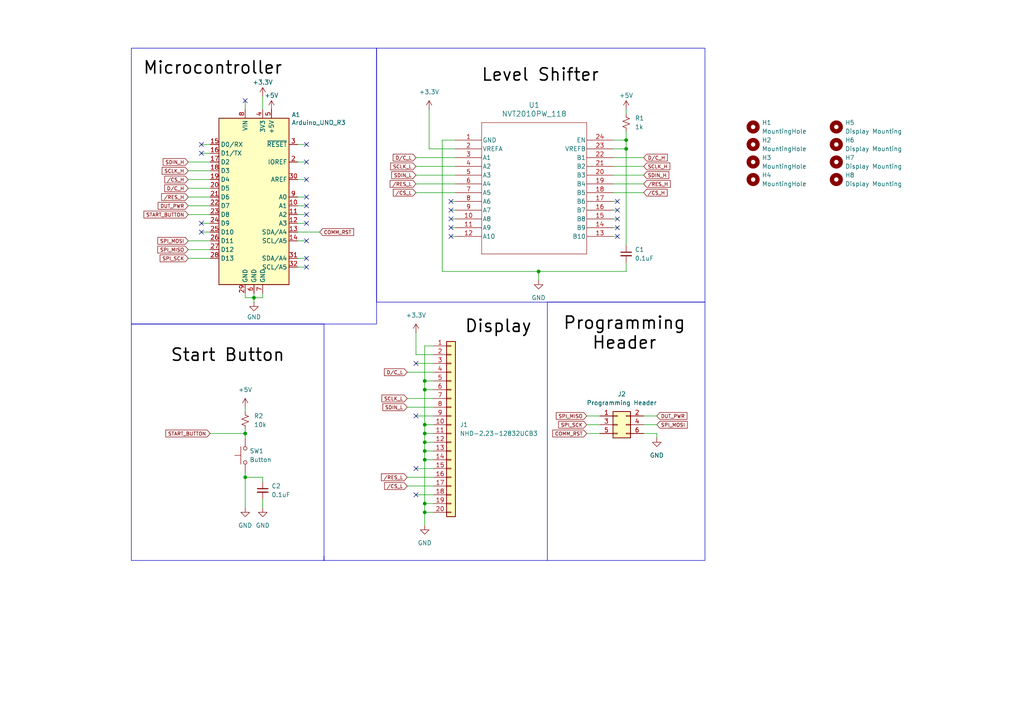
<source format=kicad_sch>
(kicad_sch
	(version 20231120)
	(generator "eeschema")
	(generator_version "8.0")
	(uuid "c13ecf4d-3b06-47c7-96ec-f727a3532589")
	(paper "A4")
	(lib_symbols
		(symbol "Connector_Generic:Conn_01x20"
			(pin_names
				(offset 1.016) hide)
			(exclude_from_sim no)
			(in_bom yes)
			(on_board yes)
			(property "Reference" "J"
				(at 0 25.4 0)
				(effects
					(font
						(size 1.27 1.27)
					)
				)
			)
			(property "Value" "Conn_01x20"
				(at 0 -27.94 0)
				(effects
					(font
						(size 1.27 1.27)
					)
				)
			)
			(property "Footprint" ""
				(at 0 0 0)
				(effects
					(font
						(size 1.27 1.27)
					)
					(hide yes)
				)
			)
			(property "Datasheet" "~"
				(at 0 0 0)
				(effects
					(font
						(size 1.27 1.27)
					)
					(hide yes)
				)
			)
			(property "Description" "Generic connector, single row, 01x20, script generated (kicad-library-utils/schlib/autogen/connector/)"
				(at 0 0 0)
				(effects
					(font
						(size 1.27 1.27)
					)
					(hide yes)
				)
			)
			(property "ki_keywords" "connector"
				(at 0 0 0)
				(effects
					(font
						(size 1.27 1.27)
					)
					(hide yes)
				)
			)
			(property "ki_fp_filters" "Connector*:*_1x??_*"
				(at 0 0 0)
				(effects
					(font
						(size 1.27 1.27)
					)
					(hide yes)
				)
			)
			(symbol "Conn_01x20_1_1"
				(rectangle
					(start -1.27 -25.273)
					(end 0 -25.527)
					(stroke
						(width 0.1524)
						(type default)
					)
					(fill
						(type none)
					)
				)
				(rectangle
					(start -1.27 -22.733)
					(end 0 -22.987)
					(stroke
						(width 0.1524)
						(type default)
					)
					(fill
						(type none)
					)
				)
				(rectangle
					(start -1.27 -20.193)
					(end 0 -20.447)
					(stroke
						(width 0.1524)
						(type default)
					)
					(fill
						(type none)
					)
				)
				(rectangle
					(start -1.27 -17.653)
					(end 0 -17.907)
					(stroke
						(width 0.1524)
						(type default)
					)
					(fill
						(type none)
					)
				)
				(rectangle
					(start -1.27 -15.113)
					(end 0 -15.367)
					(stroke
						(width 0.1524)
						(type default)
					)
					(fill
						(type none)
					)
				)
				(rectangle
					(start -1.27 -12.573)
					(end 0 -12.827)
					(stroke
						(width 0.1524)
						(type default)
					)
					(fill
						(type none)
					)
				)
				(rectangle
					(start -1.27 -10.033)
					(end 0 -10.287)
					(stroke
						(width 0.1524)
						(type default)
					)
					(fill
						(type none)
					)
				)
				(rectangle
					(start -1.27 -7.493)
					(end 0 -7.747)
					(stroke
						(width 0.1524)
						(type default)
					)
					(fill
						(type none)
					)
				)
				(rectangle
					(start -1.27 -4.953)
					(end 0 -5.207)
					(stroke
						(width 0.1524)
						(type default)
					)
					(fill
						(type none)
					)
				)
				(rectangle
					(start -1.27 -2.413)
					(end 0 -2.667)
					(stroke
						(width 0.1524)
						(type default)
					)
					(fill
						(type none)
					)
				)
				(rectangle
					(start -1.27 0.127)
					(end 0 -0.127)
					(stroke
						(width 0.1524)
						(type default)
					)
					(fill
						(type none)
					)
				)
				(rectangle
					(start -1.27 2.667)
					(end 0 2.413)
					(stroke
						(width 0.1524)
						(type default)
					)
					(fill
						(type none)
					)
				)
				(rectangle
					(start -1.27 5.207)
					(end 0 4.953)
					(stroke
						(width 0.1524)
						(type default)
					)
					(fill
						(type none)
					)
				)
				(rectangle
					(start -1.27 7.747)
					(end 0 7.493)
					(stroke
						(width 0.1524)
						(type default)
					)
					(fill
						(type none)
					)
				)
				(rectangle
					(start -1.27 10.287)
					(end 0 10.033)
					(stroke
						(width 0.1524)
						(type default)
					)
					(fill
						(type none)
					)
				)
				(rectangle
					(start -1.27 12.827)
					(end 0 12.573)
					(stroke
						(width 0.1524)
						(type default)
					)
					(fill
						(type none)
					)
				)
				(rectangle
					(start -1.27 15.367)
					(end 0 15.113)
					(stroke
						(width 0.1524)
						(type default)
					)
					(fill
						(type none)
					)
				)
				(rectangle
					(start -1.27 17.907)
					(end 0 17.653)
					(stroke
						(width 0.1524)
						(type default)
					)
					(fill
						(type none)
					)
				)
				(rectangle
					(start -1.27 20.447)
					(end 0 20.193)
					(stroke
						(width 0.1524)
						(type default)
					)
					(fill
						(type none)
					)
				)
				(rectangle
					(start -1.27 22.987)
					(end 0 22.733)
					(stroke
						(width 0.1524)
						(type default)
					)
					(fill
						(type none)
					)
				)
				(rectangle
					(start -1.27 24.13)
					(end 1.27 -26.67)
					(stroke
						(width 0.254)
						(type default)
					)
					(fill
						(type background)
					)
				)
				(pin passive line
					(at -5.08 22.86 0)
					(length 3.81)
					(name "Pin_1"
						(effects
							(font
								(size 1.27 1.27)
							)
						)
					)
					(number "1"
						(effects
							(font
								(size 1.27 1.27)
							)
						)
					)
				)
				(pin passive line
					(at -5.08 0 0)
					(length 3.81)
					(name "Pin_10"
						(effects
							(font
								(size 1.27 1.27)
							)
						)
					)
					(number "10"
						(effects
							(font
								(size 1.27 1.27)
							)
						)
					)
				)
				(pin passive line
					(at -5.08 -2.54 0)
					(length 3.81)
					(name "Pin_11"
						(effects
							(font
								(size 1.27 1.27)
							)
						)
					)
					(number "11"
						(effects
							(font
								(size 1.27 1.27)
							)
						)
					)
				)
				(pin passive line
					(at -5.08 -5.08 0)
					(length 3.81)
					(name "Pin_12"
						(effects
							(font
								(size 1.27 1.27)
							)
						)
					)
					(number "12"
						(effects
							(font
								(size 1.27 1.27)
							)
						)
					)
				)
				(pin passive line
					(at -5.08 -7.62 0)
					(length 3.81)
					(name "Pin_13"
						(effects
							(font
								(size 1.27 1.27)
							)
						)
					)
					(number "13"
						(effects
							(font
								(size 1.27 1.27)
							)
						)
					)
				)
				(pin passive line
					(at -5.08 -10.16 0)
					(length 3.81)
					(name "Pin_14"
						(effects
							(font
								(size 1.27 1.27)
							)
						)
					)
					(number "14"
						(effects
							(font
								(size 1.27 1.27)
							)
						)
					)
				)
				(pin passive line
					(at -5.08 -12.7 0)
					(length 3.81)
					(name "Pin_15"
						(effects
							(font
								(size 1.27 1.27)
							)
						)
					)
					(number "15"
						(effects
							(font
								(size 1.27 1.27)
							)
						)
					)
				)
				(pin passive line
					(at -5.08 -15.24 0)
					(length 3.81)
					(name "Pin_16"
						(effects
							(font
								(size 1.27 1.27)
							)
						)
					)
					(number "16"
						(effects
							(font
								(size 1.27 1.27)
							)
						)
					)
				)
				(pin passive line
					(at -5.08 -17.78 0)
					(length 3.81)
					(name "Pin_17"
						(effects
							(font
								(size 1.27 1.27)
							)
						)
					)
					(number "17"
						(effects
							(font
								(size 1.27 1.27)
							)
						)
					)
				)
				(pin passive line
					(at -5.08 -20.32 0)
					(length 3.81)
					(name "Pin_18"
						(effects
							(font
								(size 1.27 1.27)
							)
						)
					)
					(number "18"
						(effects
							(font
								(size 1.27 1.27)
							)
						)
					)
				)
				(pin passive line
					(at -5.08 -22.86 0)
					(length 3.81)
					(name "Pin_19"
						(effects
							(font
								(size 1.27 1.27)
							)
						)
					)
					(number "19"
						(effects
							(font
								(size 1.27 1.27)
							)
						)
					)
				)
				(pin passive line
					(at -5.08 20.32 0)
					(length 3.81)
					(name "Pin_2"
						(effects
							(font
								(size 1.27 1.27)
							)
						)
					)
					(number "2"
						(effects
							(font
								(size 1.27 1.27)
							)
						)
					)
				)
				(pin passive line
					(at -5.08 -25.4 0)
					(length 3.81)
					(name "Pin_20"
						(effects
							(font
								(size 1.27 1.27)
							)
						)
					)
					(number "20"
						(effects
							(font
								(size 1.27 1.27)
							)
						)
					)
				)
				(pin passive line
					(at -5.08 17.78 0)
					(length 3.81)
					(name "Pin_3"
						(effects
							(font
								(size 1.27 1.27)
							)
						)
					)
					(number "3"
						(effects
							(font
								(size 1.27 1.27)
							)
						)
					)
				)
				(pin passive line
					(at -5.08 15.24 0)
					(length 3.81)
					(name "Pin_4"
						(effects
							(font
								(size 1.27 1.27)
							)
						)
					)
					(number "4"
						(effects
							(font
								(size 1.27 1.27)
							)
						)
					)
				)
				(pin passive line
					(at -5.08 12.7 0)
					(length 3.81)
					(name "Pin_5"
						(effects
							(font
								(size 1.27 1.27)
							)
						)
					)
					(number "5"
						(effects
							(font
								(size 1.27 1.27)
							)
						)
					)
				)
				(pin passive line
					(at -5.08 10.16 0)
					(length 3.81)
					(name "Pin_6"
						(effects
							(font
								(size 1.27 1.27)
							)
						)
					)
					(number "6"
						(effects
							(font
								(size 1.27 1.27)
							)
						)
					)
				)
				(pin passive line
					(at -5.08 7.62 0)
					(length 3.81)
					(name "Pin_7"
						(effects
							(font
								(size 1.27 1.27)
							)
						)
					)
					(number "7"
						(effects
							(font
								(size 1.27 1.27)
							)
						)
					)
				)
				(pin passive line
					(at -5.08 5.08 0)
					(length 3.81)
					(name "Pin_8"
						(effects
							(font
								(size 1.27 1.27)
							)
						)
					)
					(number "8"
						(effects
							(font
								(size 1.27 1.27)
							)
						)
					)
				)
				(pin passive line
					(at -5.08 2.54 0)
					(length 3.81)
					(name "Pin_9"
						(effects
							(font
								(size 1.27 1.27)
							)
						)
					)
					(number "9"
						(effects
							(font
								(size 1.27 1.27)
							)
						)
					)
				)
			)
		)
		(symbol "Connector_Generic:Conn_02x03_Odd_Even"
			(pin_names
				(offset 1.016) hide)
			(exclude_from_sim no)
			(in_bom yes)
			(on_board yes)
			(property "Reference" "J"
				(at 1.27 5.08 0)
				(effects
					(font
						(size 1.27 1.27)
					)
				)
			)
			(property "Value" "Conn_02x03_Odd_Even"
				(at 1.27 -5.08 0)
				(effects
					(font
						(size 1.27 1.27)
					)
				)
			)
			(property "Footprint" ""
				(at 0 0 0)
				(effects
					(font
						(size 1.27 1.27)
					)
					(hide yes)
				)
			)
			(property "Datasheet" "~"
				(at 0 0 0)
				(effects
					(font
						(size 1.27 1.27)
					)
					(hide yes)
				)
			)
			(property "Description" "Generic connector, double row, 02x03, odd/even pin numbering scheme (row 1 odd numbers, row 2 even numbers), script generated (kicad-library-utils/schlib/autogen/connector/)"
				(at 0 0 0)
				(effects
					(font
						(size 1.27 1.27)
					)
					(hide yes)
				)
			)
			(property "ki_keywords" "connector"
				(at 0 0 0)
				(effects
					(font
						(size 1.27 1.27)
					)
					(hide yes)
				)
			)
			(property "ki_fp_filters" "Connector*:*_2x??_*"
				(at 0 0 0)
				(effects
					(font
						(size 1.27 1.27)
					)
					(hide yes)
				)
			)
			(symbol "Conn_02x03_Odd_Even_1_1"
				(rectangle
					(start -1.27 -2.413)
					(end 0 -2.667)
					(stroke
						(width 0.1524)
						(type default)
					)
					(fill
						(type none)
					)
				)
				(rectangle
					(start -1.27 0.127)
					(end 0 -0.127)
					(stroke
						(width 0.1524)
						(type default)
					)
					(fill
						(type none)
					)
				)
				(rectangle
					(start -1.27 2.667)
					(end 0 2.413)
					(stroke
						(width 0.1524)
						(type default)
					)
					(fill
						(type none)
					)
				)
				(rectangle
					(start -1.27 3.81)
					(end 3.81 -3.81)
					(stroke
						(width 0.254)
						(type default)
					)
					(fill
						(type background)
					)
				)
				(rectangle
					(start 3.81 -2.413)
					(end 2.54 -2.667)
					(stroke
						(width 0.1524)
						(type default)
					)
					(fill
						(type none)
					)
				)
				(rectangle
					(start 3.81 0.127)
					(end 2.54 -0.127)
					(stroke
						(width 0.1524)
						(type default)
					)
					(fill
						(type none)
					)
				)
				(rectangle
					(start 3.81 2.667)
					(end 2.54 2.413)
					(stroke
						(width 0.1524)
						(type default)
					)
					(fill
						(type none)
					)
				)
				(pin passive line
					(at -5.08 2.54 0)
					(length 3.81)
					(name "Pin_1"
						(effects
							(font
								(size 1.27 1.27)
							)
						)
					)
					(number "1"
						(effects
							(font
								(size 1.27 1.27)
							)
						)
					)
				)
				(pin passive line
					(at 7.62 2.54 180)
					(length 3.81)
					(name "Pin_2"
						(effects
							(font
								(size 1.27 1.27)
							)
						)
					)
					(number "2"
						(effects
							(font
								(size 1.27 1.27)
							)
						)
					)
				)
				(pin passive line
					(at -5.08 0 0)
					(length 3.81)
					(name "Pin_3"
						(effects
							(font
								(size 1.27 1.27)
							)
						)
					)
					(number "3"
						(effects
							(font
								(size 1.27 1.27)
							)
						)
					)
				)
				(pin passive line
					(at 7.62 0 180)
					(length 3.81)
					(name "Pin_4"
						(effects
							(font
								(size 1.27 1.27)
							)
						)
					)
					(number "4"
						(effects
							(font
								(size 1.27 1.27)
							)
						)
					)
				)
				(pin passive line
					(at -5.08 -2.54 0)
					(length 3.81)
					(name "Pin_5"
						(effects
							(font
								(size 1.27 1.27)
							)
						)
					)
					(number "5"
						(effects
							(font
								(size 1.27 1.27)
							)
						)
					)
				)
				(pin passive line
					(at 7.62 -2.54 180)
					(length 3.81)
					(name "Pin_6"
						(effects
							(font
								(size 1.27 1.27)
							)
						)
					)
					(number "6"
						(effects
							(font
								(size 1.27 1.27)
							)
						)
					)
				)
			)
		)
		(symbol "Device:C_Small"
			(pin_numbers hide)
			(pin_names
				(offset 0.254) hide)
			(exclude_from_sim no)
			(in_bom yes)
			(on_board yes)
			(property "Reference" "C"
				(at 0.254 1.778 0)
				(effects
					(font
						(size 1.27 1.27)
					)
					(justify left)
				)
			)
			(property "Value" "C_Small"
				(at 0.254 -2.032 0)
				(effects
					(font
						(size 1.27 1.27)
					)
					(justify left)
				)
			)
			(property "Footprint" ""
				(at 0 0 0)
				(effects
					(font
						(size 1.27 1.27)
					)
					(hide yes)
				)
			)
			(property "Datasheet" "~"
				(at 0 0 0)
				(effects
					(font
						(size 1.27 1.27)
					)
					(hide yes)
				)
			)
			(property "Description" "Unpolarized capacitor, small symbol"
				(at 0 0 0)
				(effects
					(font
						(size 1.27 1.27)
					)
					(hide yes)
				)
			)
			(property "ki_keywords" "capacitor cap"
				(at 0 0 0)
				(effects
					(font
						(size 1.27 1.27)
					)
					(hide yes)
				)
			)
			(property "ki_fp_filters" "C_*"
				(at 0 0 0)
				(effects
					(font
						(size 1.27 1.27)
					)
					(hide yes)
				)
			)
			(symbol "C_Small_0_1"
				(polyline
					(pts
						(xy -1.524 -0.508) (xy 1.524 -0.508)
					)
					(stroke
						(width 0.3302)
						(type default)
					)
					(fill
						(type none)
					)
				)
				(polyline
					(pts
						(xy -1.524 0.508) (xy 1.524 0.508)
					)
					(stroke
						(width 0.3048)
						(type default)
					)
					(fill
						(type none)
					)
				)
			)
			(symbol "C_Small_1_1"
				(pin passive line
					(at 0 2.54 270)
					(length 2.032)
					(name "~"
						(effects
							(font
								(size 1.27 1.27)
							)
						)
					)
					(number "1"
						(effects
							(font
								(size 1.27 1.27)
							)
						)
					)
				)
				(pin passive line
					(at 0 -2.54 90)
					(length 2.032)
					(name "~"
						(effects
							(font
								(size 1.27 1.27)
							)
						)
					)
					(number "2"
						(effects
							(font
								(size 1.27 1.27)
							)
						)
					)
				)
			)
		)
		(symbol "Device:R_Small_US"
			(pin_numbers hide)
			(pin_names
				(offset 0.254) hide)
			(exclude_from_sim no)
			(in_bom yes)
			(on_board yes)
			(property "Reference" "R"
				(at 0.762 0.508 0)
				(effects
					(font
						(size 1.27 1.27)
					)
					(justify left)
				)
			)
			(property "Value" "R_Small_US"
				(at 0.762 -1.016 0)
				(effects
					(font
						(size 1.27 1.27)
					)
					(justify left)
				)
			)
			(property "Footprint" ""
				(at 0 0 0)
				(effects
					(font
						(size 1.27 1.27)
					)
					(hide yes)
				)
			)
			(property "Datasheet" "~"
				(at 0 0 0)
				(effects
					(font
						(size 1.27 1.27)
					)
					(hide yes)
				)
			)
			(property "Description" "Resistor, small US symbol"
				(at 0 0 0)
				(effects
					(font
						(size 1.27 1.27)
					)
					(hide yes)
				)
			)
			(property "ki_keywords" "r resistor"
				(at 0 0 0)
				(effects
					(font
						(size 1.27 1.27)
					)
					(hide yes)
				)
			)
			(property "ki_fp_filters" "R_*"
				(at 0 0 0)
				(effects
					(font
						(size 1.27 1.27)
					)
					(hide yes)
				)
			)
			(symbol "R_Small_US_1_1"
				(polyline
					(pts
						(xy 0 0) (xy 1.016 -0.381) (xy 0 -0.762) (xy -1.016 -1.143) (xy 0 -1.524)
					)
					(stroke
						(width 0)
						(type default)
					)
					(fill
						(type none)
					)
				)
				(polyline
					(pts
						(xy 0 1.524) (xy 1.016 1.143) (xy 0 0.762) (xy -1.016 0.381) (xy 0 0)
					)
					(stroke
						(width 0)
						(type default)
					)
					(fill
						(type none)
					)
				)
				(pin passive line
					(at 0 2.54 270)
					(length 1.016)
					(name "~"
						(effects
							(font
								(size 1.27 1.27)
							)
						)
					)
					(number "1"
						(effects
							(font
								(size 1.27 1.27)
							)
						)
					)
				)
				(pin passive line
					(at 0 -2.54 90)
					(length 1.016)
					(name "~"
						(effects
							(font
								(size 1.27 1.27)
							)
						)
					)
					(number "2"
						(effects
							(font
								(size 1.27 1.27)
							)
						)
					)
				)
			)
		)
		(symbol "MCU_Module:Arduino_UNO_R3"
			(exclude_from_sim no)
			(in_bom yes)
			(on_board yes)
			(property "Reference" "A"
				(at -10.16 23.495 0)
				(effects
					(font
						(size 1.27 1.27)
					)
					(justify left bottom)
				)
			)
			(property "Value" "Arduino_UNO_R3"
				(at 5.08 -26.67 0)
				(effects
					(font
						(size 1.27 1.27)
					)
					(justify left top)
				)
			)
			(property "Footprint" "Module:Arduino_UNO_R3"
				(at 0 0 0)
				(effects
					(font
						(size 1.27 1.27)
						(italic yes)
					)
					(hide yes)
				)
			)
			(property "Datasheet" "https://www.arduino.cc/en/Main/arduinoBoardUno"
				(at 0 0 0)
				(effects
					(font
						(size 1.27 1.27)
					)
					(hide yes)
				)
			)
			(property "Description" "Arduino UNO Microcontroller Module, release 3"
				(at 0 0 0)
				(effects
					(font
						(size 1.27 1.27)
					)
					(hide yes)
				)
			)
			(property "ki_keywords" "Arduino UNO R3 Microcontroller Module Atmel AVR USB"
				(at 0 0 0)
				(effects
					(font
						(size 1.27 1.27)
					)
					(hide yes)
				)
			)
			(property "ki_fp_filters" "Arduino*UNO*R3*"
				(at 0 0 0)
				(effects
					(font
						(size 1.27 1.27)
					)
					(hide yes)
				)
			)
			(symbol "Arduino_UNO_R3_0_1"
				(rectangle
					(start -10.16 22.86)
					(end 10.16 -25.4)
					(stroke
						(width 0.254)
						(type default)
					)
					(fill
						(type background)
					)
				)
			)
			(symbol "Arduino_UNO_R3_1_1"
				(pin no_connect line
					(at -10.16 -20.32 0)
					(length 2.54) hide
					(name "NC"
						(effects
							(font
								(size 1.27 1.27)
							)
						)
					)
					(number "1"
						(effects
							(font
								(size 1.27 1.27)
							)
						)
					)
				)
				(pin bidirectional line
					(at 12.7 -2.54 180)
					(length 2.54)
					(name "A1"
						(effects
							(font
								(size 1.27 1.27)
							)
						)
					)
					(number "10"
						(effects
							(font
								(size 1.27 1.27)
							)
						)
					)
				)
				(pin bidirectional line
					(at 12.7 -5.08 180)
					(length 2.54)
					(name "A2"
						(effects
							(font
								(size 1.27 1.27)
							)
						)
					)
					(number "11"
						(effects
							(font
								(size 1.27 1.27)
							)
						)
					)
				)
				(pin bidirectional line
					(at 12.7 -7.62 180)
					(length 2.54)
					(name "A3"
						(effects
							(font
								(size 1.27 1.27)
							)
						)
					)
					(number "12"
						(effects
							(font
								(size 1.27 1.27)
							)
						)
					)
				)
				(pin bidirectional line
					(at 12.7 -10.16 180)
					(length 2.54)
					(name "SDA/A4"
						(effects
							(font
								(size 1.27 1.27)
							)
						)
					)
					(number "13"
						(effects
							(font
								(size 1.27 1.27)
							)
						)
					)
				)
				(pin bidirectional line
					(at 12.7 -12.7 180)
					(length 2.54)
					(name "SCL/A5"
						(effects
							(font
								(size 1.27 1.27)
							)
						)
					)
					(number "14"
						(effects
							(font
								(size 1.27 1.27)
							)
						)
					)
				)
				(pin bidirectional line
					(at -12.7 15.24 0)
					(length 2.54)
					(name "D0/RX"
						(effects
							(font
								(size 1.27 1.27)
							)
						)
					)
					(number "15"
						(effects
							(font
								(size 1.27 1.27)
							)
						)
					)
				)
				(pin bidirectional line
					(at -12.7 12.7 0)
					(length 2.54)
					(name "D1/TX"
						(effects
							(font
								(size 1.27 1.27)
							)
						)
					)
					(number "16"
						(effects
							(font
								(size 1.27 1.27)
							)
						)
					)
				)
				(pin bidirectional line
					(at -12.7 10.16 0)
					(length 2.54)
					(name "D2"
						(effects
							(font
								(size 1.27 1.27)
							)
						)
					)
					(number "17"
						(effects
							(font
								(size 1.27 1.27)
							)
						)
					)
				)
				(pin bidirectional line
					(at -12.7 7.62 0)
					(length 2.54)
					(name "D3"
						(effects
							(font
								(size 1.27 1.27)
							)
						)
					)
					(number "18"
						(effects
							(font
								(size 1.27 1.27)
							)
						)
					)
				)
				(pin bidirectional line
					(at -12.7 5.08 0)
					(length 2.54)
					(name "D4"
						(effects
							(font
								(size 1.27 1.27)
							)
						)
					)
					(number "19"
						(effects
							(font
								(size 1.27 1.27)
							)
						)
					)
				)
				(pin output line
					(at 12.7 10.16 180)
					(length 2.54)
					(name "IOREF"
						(effects
							(font
								(size 1.27 1.27)
							)
						)
					)
					(number "2"
						(effects
							(font
								(size 1.27 1.27)
							)
						)
					)
				)
				(pin bidirectional line
					(at -12.7 2.54 0)
					(length 2.54)
					(name "D5"
						(effects
							(font
								(size 1.27 1.27)
							)
						)
					)
					(number "20"
						(effects
							(font
								(size 1.27 1.27)
							)
						)
					)
				)
				(pin bidirectional line
					(at -12.7 0 0)
					(length 2.54)
					(name "D6"
						(effects
							(font
								(size 1.27 1.27)
							)
						)
					)
					(number "21"
						(effects
							(font
								(size 1.27 1.27)
							)
						)
					)
				)
				(pin bidirectional line
					(at -12.7 -2.54 0)
					(length 2.54)
					(name "D7"
						(effects
							(font
								(size 1.27 1.27)
							)
						)
					)
					(number "22"
						(effects
							(font
								(size 1.27 1.27)
							)
						)
					)
				)
				(pin bidirectional line
					(at -12.7 -5.08 0)
					(length 2.54)
					(name "D8"
						(effects
							(font
								(size 1.27 1.27)
							)
						)
					)
					(number "23"
						(effects
							(font
								(size 1.27 1.27)
							)
						)
					)
				)
				(pin bidirectional line
					(at -12.7 -7.62 0)
					(length 2.54)
					(name "D9"
						(effects
							(font
								(size 1.27 1.27)
							)
						)
					)
					(number "24"
						(effects
							(font
								(size 1.27 1.27)
							)
						)
					)
				)
				(pin bidirectional line
					(at -12.7 -10.16 0)
					(length 2.54)
					(name "D10"
						(effects
							(font
								(size 1.27 1.27)
							)
						)
					)
					(number "25"
						(effects
							(font
								(size 1.27 1.27)
							)
						)
					)
				)
				(pin bidirectional line
					(at -12.7 -12.7 0)
					(length 2.54)
					(name "D11"
						(effects
							(font
								(size 1.27 1.27)
							)
						)
					)
					(number "26"
						(effects
							(font
								(size 1.27 1.27)
							)
						)
					)
				)
				(pin bidirectional line
					(at -12.7 -15.24 0)
					(length 2.54)
					(name "D12"
						(effects
							(font
								(size 1.27 1.27)
							)
						)
					)
					(number "27"
						(effects
							(font
								(size 1.27 1.27)
							)
						)
					)
				)
				(pin bidirectional line
					(at -12.7 -17.78 0)
					(length 2.54)
					(name "D13"
						(effects
							(font
								(size 1.27 1.27)
							)
						)
					)
					(number "28"
						(effects
							(font
								(size 1.27 1.27)
							)
						)
					)
				)
				(pin power_in line
					(at -2.54 -27.94 90)
					(length 2.54)
					(name "GND"
						(effects
							(font
								(size 1.27 1.27)
							)
						)
					)
					(number "29"
						(effects
							(font
								(size 1.27 1.27)
							)
						)
					)
				)
				(pin input line
					(at 12.7 15.24 180)
					(length 2.54)
					(name "~{RESET}"
						(effects
							(font
								(size 1.27 1.27)
							)
						)
					)
					(number "3"
						(effects
							(font
								(size 1.27 1.27)
							)
						)
					)
				)
				(pin input line
					(at 12.7 5.08 180)
					(length 2.54)
					(name "AREF"
						(effects
							(font
								(size 1.27 1.27)
							)
						)
					)
					(number "30"
						(effects
							(font
								(size 1.27 1.27)
							)
						)
					)
				)
				(pin bidirectional line
					(at 12.7 -17.78 180)
					(length 2.54)
					(name "SDA/A4"
						(effects
							(font
								(size 1.27 1.27)
							)
						)
					)
					(number "31"
						(effects
							(font
								(size 1.27 1.27)
							)
						)
					)
				)
				(pin bidirectional line
					(at 12.7 -20.32 180)
					(length 2.54)
					(name "SCL/A5"
						(effects
							(font
								(size 1.27 1.27)
							)
						)
					)
					(number "32"
						(effects
							(font
								(size 1.27 1.27)
							)
						)
					)
				)
				(pin power_out line
					(at 2.54 25.4 270)
					(length 2.54)
					(name "3V3"
						(effects
							(font
								(size 1.27 1.27)
							)
						)
					)
					(number "4"
						(effects
							(font
								(size 1.27 1.27)
							)
						)
					)
				)
				(pin power_out line
					(at 5.08 25.4 270)
					(length 2.54)
					(name "+5V"
						(effects
							(font
								(size 1.27 1.27)
							)
						)
					)
					(number "5"
						(effects
							(font
								(size 1.27 1.27)
							)
						)
					)
				)
				(pin power_in line
					(at 0 -27.94 90)
					(length 2.54)
					(name "GND"
						(effects
							(font
								(size 1.27 1.27)
							)
						)
					)
					(number "6"
						(effects
							(font
								(size 1.27 1.27)
							)
						)
					)
				)
				(pin power_in line
					(at 2.54 -27.94 90)
					(length 2.54)
					(name "GND"
						(effects
							(font
								(size 1.27 1.27)
							)
						)
					)
					(number "7"
						(effects
							(font
								(size 1.27 1.27)
							)
						)
					)
				)
				(pin power_in line
					(at -2.54 25.4 270)
					(length 2.54)
					(name "VIN"
						(effects
							(font
								(size 1.27 1.27)
							)
						)
					)
					(number "8"
						(effects
							(font
								(size 1.27 1.27)
							)
						)
					)
				)
				(pin bidirectional line
					(at 12.7 0 180)
					(length 2.54)
					(name "A0"
						(effects
							(font
								(size 1.27 1.27)
							)
						)
					)
					(number "9"
						(effects
							(font
								(size 1.27 1.27)
							)
						)
					)
				)
			)
		)
		(symbol "Mechanical:MountingHole"
			(pin_names
				(offset 1.016)
			)
			(exclude_from_sim no)
			(in_bom yes)
			(on_board yes)
			(property "Reference" "H"
				(at 0 5.08 0)
				(effects
					(font
						(size 1.27 1.27)
					)
				)
			)
			(property "Value" "MountingHole"
				(at 0 3.175 0)
				(effects
					(font
						(size 1.27 1.27)
					)
				)
			)
			(property "Footprint" ""
				(at 0 0 0)
				(effects
					(font
						(size 1.27 1.27)
					)
					(hide yes)
				)
			)
			(property "Datasheet" "~"
				(at 0 0 0)
				(effects
					(font
						(size 1.27 1.27)
					)
					(hide yes)
				)
			)
			(property "Description" "Mounting Hole without connection"
				(at 0 0 0)
				(effects
					(font
						(size 1.27 1.27)
					)
					(hide yes)
				)
			)
			(property "ki_keywords" "mounting hole"
				(at 0 0 0)
				(effects
					(font
						(size 1.27 1.27)
					)
					(hide yes)
				)
			)
			(property "ki_fp_filters" "MountingHole*"
				(at 0 0 0)
				(effects
					(font
						(size 1.27 1.27)
					)
					(hide yes)
				)
			)
			(symbol "MountingHole_0_1"
				(circle
					(center 0 0)
					(radius 1.27)
					(stroke
						(width 1.27)
						(type default)
					)
					(fill
						(type none)
					)
				)
			)
		)
		(symbol "NVT2010PW,118:NVT2010PW_118"
			(pin_names
				(offset 0.254)
			)
			(exclude_from_sim no)
			(in_bom yes)
			(on_board yes)
			(property "Reference" "U"
				(at 22.86 10.16 0)
				(effects
					(font
						(size 1.524 1.524)
					)
				)
			)
			(property "Value" "NVT2010PW_118"
				(at 22.86 7.62 0)
				(effects
					(font
						(size 1.524 1.524)
					)
				)
			)
			(property "Footprint" "TSSOP24_SOT355-1_NXP"
				(at 0 0 0)
				(effects
					(font
						(size 1.27 1.27)
						(italic yes)
					)
					(hide yes)
				)
			)
			(property "Datasheet" "NVT2010PW_118"
				(at 0 0 0)
				(effects
					(font
						(size 1.27 1.27)
						(italic yes)
					)
					(hide yes)
				)
			)
			(property "Description" ""
				(at 0 0 0)
				(effects
					(font
						(size 1.27 1.27)
					)
					(hide yes)
				)
			)
			(property "ki_locked" ""
				(at 0 0 0)
				(effects
					(font
						(size 1.27 1.27)
					)
				)
			)
			(property "ki_keywords" "NVT2010PW,118"
				(at 0 0 0)
				(effects
					(font
						(size 1.27 1.27)
					)
					(hide yes)
				)
			)
			(property "ki_fp_filters" "TSSOP24_SOT355-1_NXP TSSOP24_SOT355-1_NXP-M TSSOP24_SOT355-1_NXP-L"
				(at 0 0 0)
				(effects
					(font
						(size 1.27 1.27)
					)
					(hide yes)
				)
			)
			(symbol "NVT2010PW_118_0_1"
				(polyline
					(pts
						(xy 7.62 -33.02) (xy 38.1 -33.02)
					)
					(stroke
						(width 0.127)
						(type default)
					)
					(fill
						(type none)
					)
				)
				(polyline
					(pts
						(xy 7.62 5.08) (xy 7.62 -33.02)
					)
					(stroke
						(width 0.127)
						(type default)
					)
					(fill
						(type none)
					)
				)
				(polyline
					(pts
						(xy 38.1 -33.02) (xy 38.1 5.08)
					)
					(stroke
						(width 0.127)
						(type default)
					)
					(fill
						(type none)
					)
				)
				(polyline
					(pts
						(xy 38.1 5.08) (xy 7.62 5.08)
					)
					(stroke
						(width 0.127)
						(type default)
					)
					(fill
						(type none)
					)
				)
				(pin power_out line
					(at 0 0 0)
					(length 7.62)
					(name "GND"
						(effects
							(font
								(size 1.27 1.27)
							)
						)
					)
					(number "1"
						(effects
							(font
								(size 1.27 1.27)
							)
						)
					)
				)
				(pin bidirectional line
					(at 0 -22.86 0)
					(length 7.62)
					(name "A8"
						(effects
							(font
								(size 1.27 1.27)
							)
						)
					)
					(number "10"
						(effects
							(font
								(size 1.27 1.27)
							)
						)
					)
				)
				(pin bidirectional line
					(at 0 -25.4 0)
					(length 7.62)
					(name "A9"
						(effects
							(font
								(size 1.27 1.27)
							)
						)
					)
					(number "11"
						(effects
							(font
								(size 1.27 1.27)
							)
						)
					)
				)
				(pin bidirectional line
					(at 0 -27.94 0)
					(length 7.62)
					(name "A10"
						(effects
							(font
								(size 1.27 1.27)
							)
						)
					)
					(number "12"
						(effects
							(font
								(size 1.27 1.27)
							)
						)
					)
				)
				(pin bidirectional line
					(at 45.72 -27.94 180)
					(length 7.62)
					(name "B10"
						(effects
							(font
								(size 1.27 1.27)
							)
						)
					)
					(number "13"
						(effects
							(font
								(size 1.27 1.27)
							)
						)
					)
				)
				(pin bidirectional line
					(at 45.72 -25.4 180)
					(length 7.62)
					(name "B9"
						(effects
							(font
								(size 1.27 1.27)
							)
						)
					)
					(number "14"
						(effects
							(font
								(size 1.27 1.27)
							)
						)
					)
				)
				(pin bidirectional line
					(at 45.72 -22.86 180)
					(length 7.62)
					(name "B8"
						(effects
							(font
								(size 1.27 1.27)
							)
						)
					)
					(number "15"
						(effects
							(font
								(size 1.27 1.27)
							)
						)
					)
				)
				(pin bidirectional line
					(at 45.72 -20.32 180)
					(length 7.62)
					(name "B7"
						(effects
							(font
								(size 1.27 1.27)
							)
						)
					)
					(number "16"
						(effects
							(font
								(size 1.27 1.27)
							)
						)
					)
				)
				(pin bidirectional line
					(at 45.72 -17.78 180)
					(length 7.62)
					(name "B6"
						(effects
							(font
								(size 1.27 1.27)
							)
						)
					)
					(number "17"
						(effects
							(font
								(size 1.27 1.27)
							)
						)
					)
				)
				(pin bidirectional line
					(at 45.72 -15.24 180)
					(length 7.62)
					(name "B5"
						(effects
							(font
								(size 1.27 1.27)
							)
						)
					)
					(number "18"
						(effects
							(font
								(size 1.27 1.27)
							)
						)
					)
				)
				(pin bidirectional line
					(at 45.72 -12.7 180)
					(length 7.62)
					(name "B4"
						(effects
							(font
								(size 1.27 1.27)
							)
						)
					)
					(number "19"
						(effects
							(font
								(size 1.27 1.27)
							)
						)
					)
				)
				(pin power_in line
					(at 0 -2.54 0)
					(length 7.62)
					(name "VREFA"
						(effects
							(font
								(size 1.27 1.27)
							)
						)
					)
					(number "2"
						(effects
							(font
								(size 1.27 1.27)
							)
						)
					)
				)
				(pin bidirectional line
					(at 45.72 -10.16 180)
					(length 7.62)
					(name "B3"
						(effects
							(font
								(size 1.27 1.27)
							)
						)
					)
					(number "20"
						(effects
							(font
								(size 1.27 1.27)
							)
						)
					)
				)
				(pin bidirectional line
					(at 45.72 -7.62 180)
					(length 7.62)
					(name "B2"
						(effects
							(font
								(size 1.27 1.27)
							)
						)
					)
					(number "21"
						(effects
							(font
								(size 1.27 1.27)
							)
						)
					)
				)
				(pin bidirectional line
					(at 45.72 -5.08 180)
					(length 7.62)
					(name "B1"
						(effects
							(font
								(size 1.27 1.27)
							)
						)
					)
					(number "22"
						(effects
							(font
								(size 1.27 1.27)
							)
						)
					)
				)
				(pin power_in line
					(at 45.72 -2.54 180)
					(length 7.62)
					(name "VREFB"
						(effects
							(font
								(size 1.27 1.27)
							)
						)
					)
					(number "23"
						(effects
							(font
								(size 1.27 1.27)
							)
						)
					)
				)
				(pin input line
					(at 45.72 0 180)
					(length 7.62)
					(name "EN"
						(effects
							(font
								(size 1.27 1.27)
							)
						)
					)
					(number "24"
						(effects
							(font
								(size 1.27 1.27)
							)
						)
					)
				)
				(pin bidirectional line
					(at 0 -5.08 0)
					(length 7.62)
					(name "A1"
						(effects
							(font
								(size 1.27 1.27)
							)
						)
					)
					(number "3"
						(effects
							(font
								(size 1.27 1.27)
							)
						)
					)
				)
				(pin bidirectional line
					(at 0 -7.62 0)
					(length 7.62)
					(name "A2"
						(effects
							(font
								(size 1.27 1.27)
							)
						)
					)
					(number "4"
						(effects
							(font
								(size 1.27 1.27)
							)
						)
					)
				)
				(pin bidirectional line
					(at 0 -10.16 0)
					(length 7.62)
					(name "A3"
						(effects
							(font
								(size 1.27 1.27)
							)
						)
					)
					(number "5"
						(effects
							(font
								(size 1.27 1.27)
							)
						)
					)
				)
				(pin bidirectional line
					(at 0 -12.7 0)
					(length 7.62)
					(name "A4"
						(effects
							(font
								(size 1.27 1.27)
							)
						)
					)
					(number "6"
						(effects
							(font
								(size 1.27 1.27)
							)
						)
					)
				)
				(pin bidirectional line
					(at 0 -15.24 0)
					(length 7.62)
					(name "A5"
						(effects
							(font
								(size 1.27 1.27)
							)
						)
					)
					(number "7"
						(effects
							(font
								(size 1.27 1.27)
							)
						)
					)
				)
				(pin bidirectional line
					(at 0 -17.78 0)
					(length 7.62)
					(name "A6"
						(effects
							(font
								(size 1.27 1.27)
							)
						)
					)
					(number "8"
						(effects
							(font
								(size 1.27 1.27)
							)
						)
					)
				)
				(pin bidirectional line
					(at 0 -20.32 0)
					(length 7.62)
					(name "A7"
						(effects
							(font
								(size 1.27 1.27)
							)
						)
					)
					(number "9"
						(effects
							(font
								(size 1.27 1.27)
							)
						)
					)
				)
			)
		)
		(symbol "Switch:SW_Push"
			(pin_numbers hide)
			(pin_names
				(offset 1.016) hide)
			(exclude_from_sim no)
			(in_bom yes)
			(on_board yes)
			(property "Reference" "SW"
				(at 1.27 2.54 0)
				(effects
					(font
						(size 1.27 1.27)
					)
					(justify left)
				)
			)
			(property "Value" "SW_Push"
				(at 0 -1.524 0)
				(effects
					(font
						(size 1.27 1.27)
					)
				)
			)
			(property "Footprint" ""
				(at 0 5.08 0)
				(effects
					(font
						(size 1.27 1.27)
					)
					(hide yes)
				)
			)
			(property "Datasheet" "~"
				(at 0 5.08 0)
				(effects
					(font
						(size 1.27 1.27)
					)
					(hide yes)
				)
			)
			(property "Description" "Push button switch, generic, two pins"
				(at 0 0 0)
				(effects
					(font
						(size 1.27 1.27)
					)
					(hide yes)
				)
			)
			(property "ki_keywords" "switch normally-open pushbutton push-button"
				(at 0 0 0)
				(effects
					(font
						(size 1.27 1.27)
					)
					(hide yes)
				)
			)
			(symbol "SW_Push_0_1"
				(circle
					(center -2.032 0)
					(radius 0.508)
					(stroke
						(width 0)
						(type default)
					)
					(fill
						(type none)
					)
				)
				(polyline
					(pts
						(xy 0 1.27) (xy 0 3.048)
					)
					(stroke
						(width 0)
						(type default)
					)
					(fill
						(type none)
					)
				)
				(polyline
					(pts
						(xy 2.54 1.27) (xy -2.54 1.27)
					)
					(stroke
						(width 0)
						(type default)
					)
					(fill
						(type none)
					)
				)
				(circle
					(center 2.032 0)
					(radius 0.508)
					(stroke
						(width 0)
						(type default)
					)
					(fill
						(type none)
					)
				)
				(pin passive line
					(at -5.08 0 0)
					(length 2.54)
					(name "1"
						(effects
							(font
								(size 1.27 1.27)
							)
						)
					)
					(number "1"
						(effects
							(font
								(size 1.27 1.27)
							)
						)
					)
				)
				(pin passive line
					(at 5.08 0 180)
					(length 2.54)
					(name "2"
						(effects
							(font
								(size 1.27 1.27)
							)
						)
					)
					(number "2"
						(effects
							(font
								(size 1.27 1.27)
							)
						)
					)
				)
			)
		)
		(symbol "power:+3.3V"
			(power)
			(pin_numbers hide)
			(pin_names
				(offset 0) hide)
			(exclude_from_sim no)
			(in_bom yes)
			(on_board yes)
			(property "Reference" "#PWR"
				(at 0 -3.81 0)
				(effects
					(font
						(size 1.27 1.27)
					)
					(hide yes)
				)
			)
			(property "Value" "+3.3V"
				(at 0 3.556 0)
				(effects
					(font
						(size 1.27 1.27)
					)
				)
			)
			(property "Footprint" ""
				(at 0 0 0)
				(effects
					(font
						(size 1.27 1.27)
					)
					(hide yes)
				)
			)
			(property "Datasheet" ""
				(at 0 0 0)
				(effects
					(font
						(size 1.27 1.27)
					)
					(hide yes)
				)
			)
			(property "Description" "Power symbol creates a global label with name \"+3.3V\""
				(at 0 0 0)
				(effects
					(font
						(size 1.27 1.27)
					)
					(hide yes)
				)
			)
			(property "ki_keywords" "global power"
				(at 0 0 0)
				(effects
					(font
						(size 1.27 1.27)
					)
					(hide yes)
				)
			)
			(symbol "+3.3V_0_1"
				(polyline
					(pts
						(xy -0.762 1.27) (xy 0 2.54)
					)
					(stroke
						(width 0)
						(type default)
					)
					(fill
						(type none)
					)
				)
				(polyline
					(pts
						(xy 0 0) (xy 0 2.54)
					)
					(stroke
						(width 0)
						(type default)
					)
					(fill
						(type none)
					)
				)
				(polyline
					(pts
						(xy 0 2.54) (xy 0.762 1.27)
					)
					(stroke
						(width 0)
						(type default)
					)
					(fill
						(type none)
					)
				)
			)
			(symbol "+3.3V_1_1"
				(pin power_in line
					(at 0 0 90)
					(length 0)
					(name "~"
						(effects
							(font
								(size 1.27 1.27)
							)
						)
					)
					(number "1"
						(effects
							(font
								(size 1.27 1.27)
							)
						)
					)
				)
			)
		)
		(symbol "power:+5V"
			(power)
			(pin_numbers hide)
			(pin_names
				(offset 0) hide)
			(exclude_from_sim no)
			(in_bom yes)
			(on_board yes)
			(property "Reference" "#PWR"
				(at 0 -3.81 0)
				(effects
					(font
						(size 1.27 1.27)
					)
					(hide yes)
				)
			)
			(property "Value" "+5V"
				(at 0 3.556 0)
				(effects
					(font
						(size 1.27 1.27)
					)
				)
			)
			(property "Footprint" ""
				(at 0 0 0)
				(effects
					(font
						(size 1.27 1.27)
					)
					(hide yes)
				)
			)
			(property "Datasheet" ""
				(at 0 0 0)
				(effects
					(font
						(size 1.27 1.27)
					)
					(hide yes)
				)
			)
			(property "Description" "Power symbol creates a global label with name \"+5V\""
				(at 0 0 0)
				(effects
					(font
						(size 1.27 1.27)
					)
					(hide yes)
				)
			)
			(property "ki_keywords" "global power"
				(at 0 0 0)
				(effects
					(font
						(size 1.27 1.27)
					)
					(hide yes)
				)
			)
			(symbol "+5V_0_1"
				(polyline
					(pts
						(xy -0.762 1.27) (xy 0 2.54)
					)
					(stroke
						(width 0)
						(type default)
					)
					(fill
						(type none)
					)
				)
				(polyline
					(pts
						(xy 0 0) (xy 0 2.54)
					)
					(stroke
						(width 0)
						(type default)
					)
					(fill
						(type none)
					)
				)
				(polyline
					(pts
						(xy 0 2.54) (xy 0.762 1.27)
					)
					(stroke
						(width 0)
						(type default)
					)
					(fill
						(type none)
					)
				)
			)
			(symbol "+5V_1_1"
				(pin power_in line
					(at 0 0 90)
					(length 0)
					(name "~"
						(effects
							(font
								(size 1.27 1.27)
							)
						)
					)
					(number "1"
						(effects
							(font
								(size 1.27 1.27)
							)
						)
					)
				)
			)
		)
		(symbol "power:GND"
			(power)
			(pin_numbers hide)
			(pin_names
				(offset 0) hide)
			(exclude_from_sim no)
			(in_bom yes)
			(on_board yes)
			(property "Reference" "#PWR"
				(at 0 -6.35 0)
				(effects
					(font
						(size 1.27 1.27)
					)
					(hide yes)
				)
			)
			(property "Value" "GND"
				(at 0 -3.81 0)
				(effects
					(font
						(size 1.27 1.27)
					)
				)
			)
			(property "Footprint" ""
				(at 0 0 0)
				(effects
					(font
						(size 1.27 1.27)
					)
					(hide yes)
				)
			)
			(property "Datasheet" ""
				(at 0 0 0)
				(effects
					(font
						(size 1.27 1.27)
					)
					(hide yes)
				)
			)
			(property "Description" "Power symbol creates a global label with name \"GND\" , ground"
				(at 0 0 0)
				(effects
					(font
						(size 1.27 1.27)
					)
					(hide yes)
				)
			)
			(property "ki_keywords" "global power"
				(at 0 0 0)
				(effects
					(font
						(size 1.27 1.27)
					)
					(hide yes)
				)
			)
			(symbol "GND_0_1"
				(polyline
					(pts
						(xy 0 0) (xy 0 -1.27) (xy 1.27 -1.27) (xy 0 -2.54) (xy -1.27 -1.27) (xy 0 -1.27)
					)
					(stroke
						(width 0)
						(type default)
					)
					(fill
						(type none)
					)
				)
			)
			(symbol "GND_1_1"
				(pin power_in line
					(at 0 0 270)
					(length 0)
					(name "~"
						(effects
							(font
								(size 1.27 1.27)
							)
						)
					)
					(number "1"
						(effects
							(font
								(size 1.27 1.27)
							)
						)
					)
				)
			)
		)
	)
	(junction
		(at 123.19 146.05)
		(diameter 0)
		(color 0 0 0 0)
		(uuid "08d9bfc6-ea5c-4478-8ec1-8fe9274f80b8")
	)
	(junction
		(at 123.19 125.73)
		(diameter 0)
		(color 0 0 0 0)
		(uuid "34b5d293-b392-42bb-b0c2-d82372e61c97")
	)
	(junction
		(at 123.19 113.03)
		(diameter 0)
		(color 0 0 0 0)
		(uuid "4d3e38e7-3295-42d9-8e39-3bf1059ca849")
	)
	(junction
		(at 123.19 133.35)
		(diameter 0)
		(color 0 0 0 0)
		(uuid "7bccb7fa-b32d-4bc8-811f-87a2dc613c2a")
	)
	(junction
		(at 123.19 148.59)
		(diameter 0)
		(color 0 0 0 0)
		(uuid "9b669b19-39e9-49db-a87b-1065cc7dbf30")
	)
	(junction
		(at 123.19 128.27)
		(diameter 0)
		(color 0 0 0 0)
		(uuid "9cdeb3df-e961-4c4f-8b5a-d334abba3d0b")
	)
	(junction
		(at 73.66 86.36)
		(diameter 0)
		(color 0 0 0 0)
		(uuid "abc0f77f-ef43-4c73-83d7-453f4733463a")
	)
	(junction
		(at 71.12 125.73)
		(diameter 0)
		(color 0 0 0 0)
		(uuid "b42d7d71-64d9-4877-ae36-b5952daf1f0b")
	)
	(junction
		(at 123.19 130.81)
		(diameter 0)
		(color 0 0 0 0)
		(uuid "c315f8e7-5c1a-4def-b33e-a73ef9a0e567")
	)
	(junction
		(at 181.61 43.18)
		(diameter 0)
		(color 0 0 0 0)
		(uuid "c91e0973-3c2c-4f93-afe6-a0ca52591617")
	)
	(junction
		(at 123.19 123.19)
		(diameter 0)
		(color 0 0 0 0)
		(uuid "cc2c3af3-0b2f-45ea-b332-46b0167c1a22")
	)
	(junction
		(at 156.21 78.74)
		(diameter 0)
		(color 0 0 0 0)
		(uuid "da48a32b-7a5c-4268-8437-f9ffaa76c40c")
	)
	(junction
		(at 71.12 138.43)
		(diameter 0)
		(color 0 0 0 0)
		(uuid "db3acefa-f538-4b2f-8581-25d9ad728b17")
	)
	(junction
		(at 123.19 110.49)
		(diameter 0)
		(color 0 0 0 0)
		(uuid "f33f8faa-a0b8-44b8-8fed-4e4ee1d6eb00")
	)
	(junction
		(at 181.61 40.64)
		(diameter 0)
		(color 0 0 0 0)
		(uuid "ff2900eb-be05-40c0-9d1e-443ba2fd3f8f")
	)
	(no_connect
		(at 179.07 68.58)
		(uuid "07cef220-802e-41d1-87f3-3eb012229091")
	)
	(no_connect
		(at 179.07 63.5)
		(uuid "0f3ad235-fabe-48a5-a577-47c1e60f3efb")
	)
	(no_connect
		(at 130.81 58.42)
		(uuid "16221c48-f668-45ba-9111-32ded614c80d")
	)
	(no_connect
		(at 130.81 60.96)
		(uuid "166beb8a-343c-45a6-9dff-d7da6682a282")
	)
	(no_connect
		(at 120.65 120.65)
		(uuid "2b369e7a-864e-4525-9761-69d52ceb3d3a")
	)
	(no_connect
		(at 58.42 41.91)
		(uuid "2bdc19f7-7339-4a8a-b9ba-17fae71acc95")
	)
	(no_connect
		(at 130.81 63.5)
		(uuid "33339662-eaec-4103-b01e-d3ce0ae2963f")
	)
	(no_connect
		(at 179.07 58.42)
		(uuid "471f8970-c885-4fc7-b295-2f32750527f0")
	)
	(no_connect
		(at 71.12 29.21)
		(uuid "47bfd448-3646-4df0-aac2-cb98bcb14e36")
	)
	(no_connect
		(at 88.9 64.77)
		(uuid "5bf30578-4bf2-4ae2-b8d8-39225e2f7e1b")
	)
	(no_connect
		(at 130.81 68.58)
		(uuid "5fc26924-c529-479e-b841-e35cd6843d66")
	)
	(no_connect
		(at 179.07 66.04)
		(uuid "6c842ea2-ccd9-4020-9198-95082ef19ee0")
	)
	(no_connect
		(at 88.9 46.99)
		(uuid "791c9492-9445-4ac7-9fa4-5ff813c7bbe6")
	)
	(no_connect
		(at 120.65 143.51)
		(uuid "8cda919e-fcdb-4f39-837f-df8cfd1ef40f")
	)
	(no_connect
		(at 88.9 41.91)
		(uuid "8cecc512-1c81-4fd0-b38d-3da502dbad70")
	)
	(no_connect
		(at 88.9 74.93)
		(uuid "8e807162-7791-4662-9c06-81535d90f27f")
	)
	(no_connect
		(at 88.9 62.23)
		(uuid "935c02f5-972e-4c71-b83e-d1792a7d8e87")
	)
	(no_connect
		(at 130.81 66.04)
		(uuid "9402f506-ed08-471a-9155-d38e9f0e7aa5")
	)
	(no_connect
		(at 88.9 52.07)
		(uuid "9804a54d-708f-45a5-932e-83373e870079")
	)
	(no_connect
		(at 179.07 60.96)
		(uuid "b8384605-3aa9-44d8-9fde-a4659c125905")
	)
	(no_connect
		(at 120.65 105.41)
		(uuid "c001d751-f4eb-4056-9d74-0ccf335d1046")
	)
	(no_connect
		(at 88.9 77.47)
		(uuid "c08c3824-683d-4759-9c66-5062d1248fe4")
	)
	(no_connect
		(at 58.42 64.77)
		(uuid "c3bc6d3b-84d2-4c51-b88e-8080e0b26d13")
	)
	(no_connect
		(at 88.9 57.15)
		(uuid "de072f57-aac3-4bcd-bd67-2cb3c69453c3")
	)
	(no_connect
		(at 88.9 69.85)
		(uuid "e18704e7-c9a8-4436-972a-064682103ace")
	)
	(no_connect
		(at 58.42 44.45)
		(uuid "f559c099-159c-467b-b2b6-474b917a9c3a")
	)
	(no_connect
		(at 58.42 67.31)
		(uuid "f566e42a-506e-43f0-84bc-6aca93cd8bad")
	)
	(no_connect
		(at 120.65 135.89)
		(uuid "f939b7c2-0003-4f61-9983-cebefcc6e081")
	)
	(no_connect
		(at 88.9 59.69)
		(uuid "fd3f7cfa-e9fd-430f-9b82-099eec518a71")
	)
	(wire
		(pts
			(xy 132.08 40.64) (xy 128.27 40.64)
		)
		(stroke
			(width 0)
			(type default)
		)
		(uuid "01dfe4eb-5543-45d5-acbd-5351fe01d41d")
	)
	(wire
		(pts
			(xy 76.2 138.43) (xy 76.2 139.7)
		)
		(stroke
			(width 0)
			(type default)
		)
		(uuid "031c846e-d85f-437f-8269-26883977bafe")
	)
	(wire
		(pts
			(xy 71.12 138.43) (xy 76.2 138.43)
		)
		(stroke
			(width 0)
			(type default)
		)
		(uuid "07095ac6-416b-43fb-8b85-b719b2727aca")
	)
	(polyline
		(pts
			(xy 93.98 93.98) (xy 38.1 93.98)
		)
		(stroke
			(width 0)
			(type default)
		)
		(uuid "07b4da07-6ac3-4c91-a658-67a8246944b7")
	)
	(polyline
		(pts
			(xy 158.75 162.56) (xy 93.98 162.56)
		)
		(stroke
			(width 0)
			(type default)
		)
		(uuid "0af49308-20b0-45d5-aebc-3d93d00d8d0c")
	)
	(wire
		(pts
			(xy 132.08 43.18) (xy 124.46 43.18)
		)
		(stroke
			(width 0)
			(type default)
		)
		(uuid "0d18d781-6483-4dbc-9ec7-4460c1b4e9ad")
	)
	(wire
		(pts
			(xy 76.2 27.94) (xy 76.2 31.75)
		)
		(stroke
			(width 0)
			(type default)
		)
		(uuid "0d5a3d94-d233-49de-afd9-79ecfd41867a")
	)
	(wire
		(pts
			(xy 177.8 55.88) (xy 186.69 55.88)
		)
		(stroke
			(width 0)
			(type default)
		)
		(uuid "0da60a67-31d0-4f2a-b579-0f811eca2b7f")
	)
	(wire
		(pts
			(xy 54.61 46.99) (xy 60.96 46.99)
		)
		(stroke
			(width 0)
			(type default)
		)
		(uuid "0f75d124-ee5d-486d-b66d-3f2809a9edba")
	)
	(wire
		(pts
			(xy 71.12 124.46) (xy 71.12 125.73)
		)
		(stroke
			(width 0)
			(type default)
		)
		(uuid "126313a1-6280-44e2-94e2-4190eec3d26c")
	)
	(wire
		(pts
			(xy 177.8 48.26) (xy 186.69 48.26)
		)
		(stroke
			(width 0)
			(type default)
		)
		(uuid "1491f305-fc16-44ab-8bd5-7b0ff416c974")
	)
	(wire
		(pts
			(xy 181.61 43.18) (xy 181.61 71.12)
		)
		(stroke
			(width 0)
			(type default)
		)
		(uuid "156c0734-c3d0-4bba-ba9f-f1be17c85296")
	)
	(wire
		(pts
			(xy 170.18 123.19) (xy 173.99 123.19)
		)
		(stroke
			(width 0)
			(type default)
		)
		(uuid "1ade4685-05c0-4678-8bbf-a1942ae27fdb")
	)
	(wire
		(pts
			(xy 177.8 68.58) (xy 179.07 68.58)
		)
		(stroke
			(width 0)
			(type default)
		)
		(uuid "1b3f28d1-0ec7-445d-b3f3-d46020902894")
	)
	(polyline
		(pts
			(xy 38.1 162.56) (xy 93.98 162.56)
		)
		(stroke
			(width 0)
			(type default)
		)
		(uuid "1bdc6e4c-ed65-425e-b160-3669ff72bc1d")
	)
	(wire
		(pts
			(xy 54.61 74.93) (xy 60.96 74.93)
		)
		(stroke
			(width 0)
			(type default)
		)
		(uuid "1c004c7c-d6e4-4d56-88aa-7d57b0b77208")
	)
	(wire
		(pts
			(xy 156.21 81.28) (xy 156.21 78.74)
		)
		(stroke
			(width 0)
			(type default)
		)
		(uuid "208636ee-887d-4f72-baca-b751a59bdd62")
	)
	(wire
		(pts
			(xy 123.19 125.73) (xy 125.73 125.73)
		)
		(stroke
			(width 0)
			(type default)
		)
		(uuid "23447cd7-64e5-436a-ae56-dab977c34b10")
	)
	(wire
		(pts
			(xy 123.19 146.05) (xy 125.73 146.05)
		)
		(stroke
			(width 0)
			(type default)
		)
		(uuid "2985caa1-c979-40b7-96de-db75906bda84")
	)
	(wire
		(pts
			(xy 181.61 38.1) (xy 181.61 40.64)
		)
		(stroke
			(width 0)
			(type default)
		)
		(uuid "2c321ad3-0f95-4f1e-b625-9070170a7388")
	)
	(wire
		(pts
			(xy 123.19 110.49) (xy 123.19 113.03)
		)
		(stroke
			(width 0)
			(type default)
		)
		(uuid "2c841cb6-116d-4d4e-841a-12f4d0d13be7")
	)
	(wire
		(pts
			(xy 54.61 62.23) (xy 60.96 62.23)
		)
		(stroke
			(width 0)
			(type default)
		)
		(uuid "2eef8a09-147e-4985-ad5c-f8fff13271f9")
	)
	(wire
		(pts
			(xy 181.61 78.74) (xy 181.61 76.2)
		)
		(stroke
			(width 0)
			(type default)
		)
		(uuid "2fa422dc-09ec-4e48-8637-7943361af8fe")
	)
	(wire
		(pts
			(xy 120.65 105.41) (xy 125.73 105.41)
		)
		(stroke
			(width 0)
			(type default)
		)
		(uuid "30f8a207-f708-4e0d-ac4f-24b88fb75bec")
	)
	(wire
		(pts
			(xy 130.81 58.42) (xy 132.08 58.42)
		)
		(stroke
			(width 0)
			(type default)
		)
		(uuid "3333fac0-85cb-4369-b012-7a2695c32aee")
	)
	(wire
		(pts
			(xy 181.61 31.75) (xy 181.61 33.02)
		)
		(stroke
			(width 0)
			(type default)
		)
		(uuid "37db1039-fe8f-40be-80c4-ca5501f1804a")
	)
	(wire
		(pts
			(xy 118.11 118.11) (xy 125.73 118.11)
		)
		(stroke
			(width 0)
			(type default)
		)
		(uuid "3d252b2b-6926-475a-b28f-9635abc5cbd5")
	)
	(wire
		(pts
			(xy 58.42 64.77) (xy 60.96 64.77)
		)
		(stroke
			(width 0)
			(type default)
		)
		(uuid "4485d4fc-d240-49c6-9b8a-cf950e56a7bf")
	)
	(wire
		(pts
			(xy 120.65 45.72) (xy 132.08 45.72)
		)
		(stroke
			(width 0)
			(type default)
		)
		(uuid "46058bb7-ead4-4511-b5c2-c59872eb3a29")
	)
	(wire
		(pts
			(xy 125.73 102.87) (xy 120.65 102.87)
		)
		(stroke
			(width 0)
			(type default)
		)
		(uuid "467b675f-ae50-40a4-9814-48e224054412")
	)
	(wire
		(pts
			(xy 54.61 54.61) (xy 60.96 54.61)
		)
		(stroke
			(width 0)
			(type default)
		)
		(uuid "4a0201ed-bb83-4098-b6da-7b1d58a2eb02")
	)
	(wire
		(pts
			(xy 123.19 123.19) (xy 123.19 125.73)
		)
		(stroke
			(width 0)
			(type default)
		)
		(uuid "4d21e0a7-2c4b-44ea-9624-6c8f78a3f8ff")
	)
	(wire
		(pts
			(xy 88.9 59.69) (xy 86.36 59.69)
		)
		(stroke
			(width 0)
			(type default)
		)
		(uuid "4d2267f8-807d-4590-94fb-0a01675e246c")
	)
	(wire
		(pts
			(xy 54.61 59.69) (xy 60.96 59.69)
		)
		(stroke
			(width 0)
			(type default)
		)
		(uuid "4e1f17f8-78cd-4596-b059-b33870900984")
	)
	(wire
		(pts
			(xy 177.8 60.96) (xy 179.07 60.96)
		)
		(stroke
			(width 0)
			(type default)
		)
		(uuid "4ed286a7-356c-45e2-a332-984c24b26611")
	)
	(wire
		(pts
			(xy 73.66 86.36) (xy 73.66 85.09)
		)
		(stroke
			(width 0)
			(type default)
		)
		(uuid "4eef9f3b-6c7f-42cb-ac66-7a3edd350965")
	)
	(wire
		(pts
			(xy 58.42 41.91) (xy 60.96 41.91)
		)
		(stroke
			(width 0)
			(type default)
		)
		(uuid "5526a21d-26be-4a2e-a9c6-824937e77d98")
	)
	(wire
		(pts
			(xy 123.19 146.05) (xy 123.19 148.59)
		)
		(stroke
			(width 0)
			(type default)
		)
		(uuid "585ccdbc-e6d2-418e-9e5c-f759b8a6bdf2")
	)
	(wire
		(pts
			(xy 71.12 138.43) (xy 71.12 137.16)
		)
		(stroke
			(width 0)
			(type default)
		)
		(uuid "59b138b1-1826-46c1-9229-a62df46664bc")
	)
	(wire
		(pts
			(xy 88.9 57.15) (xy 86.36 57.15)
		)
		(stroke
			(width 0)
			(type default)
		)
		(uuid "5c8b77fe-1017-4783-8055-61dc34cb4e5c")
	)
	(wire
		(pts
			(xy 123.19 130.81) (xy 125.73 130.81)
		)
		(stroke
			(width 0)
			(type default)
		)
		(uuid "5d0c8bf5-8bd5-4f74-92b1-05186f6b1f0a")
	)
	(wire
		(pts
			(xy 123.19 113.03) (xy 123.19 123.19)
		)
		(stroke
			(width 0)
			(type default)
		)
		(uuid "5d7f674d-ba59-4560-a667-f64192c74805")
	)
	(wire
		(pts
			(xy 76.2 85.09) (xy 76.2 86.36)
		)
		(stroke
			(width 0)
			(type default)
		)
		(uuid "5debeb8a-7510-4b4d-8113-c15021bfd2a9")
	)
	(wire
		(pts
			(xy 88.9 74.93) (xy 86.36 74.93)
		)
		(stroke
			(width 0)
			(type default)
		)
		(uuid "6151dec5-260e-4118-9bb2-d15a5da13689")
	)
	(wire
		(pts
			(xy 118.11 115.57) (xy 125.73 115.57)
		)
		(stroke
			(width 0)
			(type default)
		)
		(uuid "62c4032f-29b6-48c5-b31d-01093c5dca8a")
	)
	(wire
		(pts
			(xy 123.19 130.81) (xy 123.19 133.35)
		)
		(stroke
			(width 0)
			(type default)
		)
		(uuid "63301d0e-3ed5-4444-84e7-c02dd002af27")
	)
	(wire
		(pts
			(xy 71.12 86.36) (xy 73.66 86.36)
		)
		(stroke
			(width 0)
			(type default)
		)
		(uuid "6668ae3d-0691-4e98-9475-3368debf5c6c")
	)
	(wire
		(pts
			(xy 120.65 96.52) (xy 120.65 102.87)
		)
		(stroke
			(width 0)
			(type default)
		)
		(uuid "66f1f7d4-46ad-487b-a112-7c8aebf439de")
	)
	(wire
		(pts
			(xy 125.73 100.33) (xy 123.19 100.33)
		)
		(stroke
			(width 0)
			(type default)
		)
		(uuid "6875f41e-ed81-44e4-b14e-25689a8af1f6")
	)
	(wire
		(pts
			(xy 54.61 52.07) (xy 60.96 52.07)
		)
		(stroke
			(width 0)
			(type default)
		)
		(uuid "68e8cb23-e469-402d-8447-7371c67a733f")
	)
	(wire
		(pts
			(xy 88.9 41.91) (xy 86.36 41.91)
		)
		(stroke
			(width 0)
			(type default)
		)
		(uuid "6c7e1d5a-eea8-43ae-be9f-b52c50e53e36")
	)
	(wire
		(pts
			(xy 123.19 148.59) (xy 125.73 148.59)
		)
		(stroke
			(width 0)
			(type default)
		)
		(uuid "706ac414-6c6e-49b8-9901-052462ba7c2c")
	)
	(wire
		(pts
			(xy 71.12 125.73) (xy 71.12 127)
		)
		(stroke
			(width 0)
			(type default)
		)
		(uuid "7256cbf7-6528-4c09-be86-856b7a1421a3")
	)
	(wire
		(pts
			(xy 88.9 52.07) (xy 86.36 52.07)
		)
		(stroke
			(width 0)
			(type default)
		)
		(uuid "72959373-7163-4b54-823e-6f02d6b159f4")
	)
	(wire
		(pts
			(xy 177.8 58.42) (xy 179.07 58.42)
		)
		(stroke
			(width 0)
			(type default)
		)
		(uuid "75b060bb-64b0-4cb1-b329-6084c7f867dd")
	)
	(wire
		(pts
			(xy 120.65 53.34) (xy 132.08 53.34)
		)
		(stroke
			(width 0)
			(type default)
		)
		(uuid "778ffa82-f691-4e6d-bbe1-9872ae67d243")
	)
	(wire
		(pts
			(xy 120.65 143.51) (xy 125.73 143.51)
		)
		(stroke
			(width 0)
			(type default)
		)
		(uuid "782d6af2-2165-4c64-b026-129b4744e511")
	)
	(wire
		(pts
			(xy 170.18 125.73) (xy 173.99 125.73)
		)
		(stroke
			(width 0)
			(type default)
		)
		(uuid "78527338-89a6-4546-9b4a-796a33ca7793")
	)
	(wire
		(pts
			(xy 123.19 148.59) (xy 123.19 152.4)
		)
		(stroke
			(width 0)
			(type default)
		)
		(uuid "7967397b-18c2-49df-80e7-c4bb98f87f17")
	)
	(wire
		(pts
			(xy 118.11 138.43) (xy 125.73 138.43)
		)
		(stroke
			(width 0)
			(type default)
		)
		(uuid "813693ff-7643-4fce-9c3a-22f49979641e")
	)
	(wire
		(pts
			(xy 88.9 64.77) (xy 86.36 64.77)
		)
		(stroke
			(width 0)
			(type default)
		)
		(uuid "82379934-9d76-4c47-ae58-49773ce543b6")
	)
	(wire
		(pts
			(xy 86.36 67.31) (xy 92.71 67.31)
		)
		(stroke
			(width 0)
			(type default)
		)
		(uuid "827c0186-c9ef-49f3-aa96-f76bea7d8afc")
	)
	(wire
		(pts
			(xy 118.11 107.95) (xy 125.73 107.95)
		)
		(stroke
			(width 0)
			(type default)
		)
		(uuid "87a9247a-3779-4b6a-ad82-69fc2bc06275")
	)
	(wire
		(pts
			(xy 186.69 123.19) (xy 190.5 123.19)
		)
		(stroke
			(width 0)
			(type default)
		)
		(uuid "87c89bcb-d96a-4219-a7a1-17306fab1b0b")
	)
	(wire
		(pts
			(xy 186.69 125.73) (xy 190.5 125.73)
		)
		(stroke
			(width 0)
			(type default)
		)
		(uuid "88f4a5fa-1ee2-4173-ae46-6b287fbec2b6")
	)
	(wire
		(pts
			(xy 128.27 40.64) (xy 128.27 78.74)
		)
		(stroke
			(width 0)
			(type default)
		)
		(uuid "8c54d678-0794-4624-a0f5-8a93f7d60a90")
	)
	(wire
		(pts
			(xy 177.8 63.5) (xy 179.07 63.5)
		)
		(stroke
			(width 0)
			(type default)
		)
		(uuid "901c2c76-e76e-45f2-ac4a-c08f5733d255")
	)
	(wire
		(pts
			(xy 177.8 66.04) (xy 179.07 66.04)
		)
		(stroke
			(width 0)
			(type default)
		)
		(uuid "90a9c6cf-0753-4662-9221-8159f8d3accf")
	)
	(wire
		(pts
			(xy 177.8 45.72) (xy 186.69 45.72)
		)
		(stroke
			(width 0)
			(type default)
		)
		(uuid "94fc5db4-2422-4b8c-b51d-23cf1bd6fd4a")
	)
	(wire
		(pts
			(xy 120.65 50.8) (xy 132.08 50.8)
		)
		(stroke
			(width 0)
			(type default)
		)
		(uuid "953be321-0a1d-43ab-96e5-91939eb564ab")
	)
	(wire
		(pts
			(xy 130.81 60.96) (xy 132.08 60.96)
		)
		(stroke
			(width 0)
			(type default)
		)
		(uuid "956a4ee5-cb9c-4f71-b6e3-716be0d6ed3c")
	)
	(wire
		(pts
			(xy 130.81 63.5) (xy 132.08 63.5)
		)
		(stroke
			(width 0)
			(type default)
		)
		(uuid "977a8a87-1511-42ef-a542-763b7a15f754")
	)
	(wire
		(pts
			(xy 123.19 113.03) (xy 125.73 113.03)
		)
		(stroke
			(width 0)
			(type default)
		)
		(uuid "987ffd24-08b3-4a08-a922-0533662bdc02")
	)
	(wire
		(pts
			(xy 186.69 120.65) (xy 190.5 120.65)
		)
		(stroke
			(width 0)
			(type default)
		)
		(uuid "99ea98fc-cbbb-4da1-849f-de3278cc3aef")
	)
	(wire
		(pts
			(xy 76.2 144.78) (xy 76.2 147.32)
		)
		(stroke
			(width 0)
			(type default)
		)
		(uuid "9c6551d1-5bfa-489f-a701-c794a8f5b9ef")
	)
	(wire
		(pts
			(xy 54.61 69.85) (xy 60.96 69.85)
		)
		(stroke
			(width 0)
			(type default)
		)
		(uuid "9f272877-0fe5-41c5-a19e-8385c2c32348")
	)
	(polyline
		(pts
			(xy 93.98 162.56) (xy 93.98 161.29)
		)
		(stroke
			(width 0)
			(type default)
		)
		(uuid "a206f668-c132-4544-9cee-24debd439f8f")
	)
	(polyline
		(pts
			(xy 93.98 162.56) (xy 93.98 93.98)
		)
		(stroke
			(width 0)
			(type default)
		)
		(uuid "b1fe6319-ab37-44d0-b28f-bb8e24d8105d")
	)
	(wire
		(pts
			(xy 71.12 118.11) (xy 71.12 119.38)
		)
		(stroke
			(width 0)
			(type default)
		)
		(uuid "b23be32d-836e-41f8-b3c0-dbb56430fbd2")
	)
	(wire
		(pts
			(xy 124.46 43.18) (xy 124.46 31.75)
		)
		(stroke
			(width 0)
			(type default)
		)
		(uuid "b32dc95d-22ef-4802-8956-659c0e0ee058")
	)
	(wire
		(pts
			(xy 177.8 53.34) (xy 186.69 53.34)
		)
		(stroke
			(width 0)
			(type default)
		)
		(uuid "b63bf78c-f410-46d0-b8e9-7134a0ad2c1a")
	)
	(wire
		(pts
			(xy 54.61 72.39) (xy 60.96 72.39)
		)
		(stroke
			(width 0)
			(type default)
		)
		(uuid "b8723ca8-710d-4858-81b7-b36b6d173167")
	)
	(wire
		(pts
			(xy 123.19 123.19) (xy 125.73 123.19)
		)
		(stroke
			(width 0)
			(type default)
		)
		(uuid "b9b3170b-63d7-48b6-89d1-d7bcd70eba06")
	)
	(wire
		(pts
			(xy 123.19 125.73) (xy 123.19 128.27)
		)
		(stroke
			(width 0)
			(type default)
		)
		(uuid "bb9630d3-34df-4424-be00-9ae25ddeb180")
	)
	(wire
		(pts
			(xy 118.11 140.97) (xy 125.73 140.97)
		)
		(stroke
			(width 0)
			(type default)
		)
		(uuid "bf41a610-e098-45d8-936d-b03f47780101")
	)
	(wire
		(pts
			(xy 120.65 120.65) (xy 125.73 120.65)
		)
		(stroke
			(width 0)
			(type default)
		)
		(uuid "c07266ed-d860-40e3-b37b-c685174c4dc1")
	)
	(polyline
		(pts
			(xy 38.1 93.98) (xy 38.1 162.56)
		)
		(stroke
			(width 0)
			(type default)
		)
		(uuid "c086e309-cd2a-4b3c-8a08-f312126605e0")
	)
	(wire
		(pts
			(xy 123.19 133.35) (xy 125.73 133.35)
		)
		(stroke
			(width 0)
			(type default)
		)
		(uuid "c15f5b1b-4712-4e8d-8426-f689e9e8cda8")
	)
	(wire
		(pts
			(xy 76.2 86.36) (xy 73.66 86.36)
		)
		(stroke
			(width 0)
			(type default)
		)
		(uuid "c5a3f096-2f51-4d1d-b7e4-56f0f8e494f3")
	)
	(wire
		(pts
			(xy 177.8 50.8) (xy 186.69 50.8)
		)
		(stroke
			(width 0)
			(type default)
		)
		(uuid "c61bd1b8-413b-40cd-807b-7a703b57dd2a")
	)
	(wire
		(pts
			(xy 58.42 67.31) (xy 60.96 67.31)
		)
		(stroke
			(width 0)
			(type default)
		)
		(uuid "c8af682b-671d-475a-9fbd-2e4ee98f109b")
	)
	(wire
		(pts
			(xy 58.42 44.45) (xy 60.96 44.45)
		)
		(stroke
			(width 0)
			(type default)
		)
		(uuid "cba0d7e0-e438-4bad-84e6-e5eb7e9bb465")
	)
	(wire
		(pts
			(xy 60.96 125.73) (xy 71.12 125.73)
		)
		(stroke
			(width 0)
			(type default)
		)
		(uuid "cbdc6047-904e-4d22-9ab8-5eb794091482")
	)
	(wire
		(pts
			(xy 170.18 120.65) (xy 173.99 120.65)
		)
		(stroke
			(width 0)
			(type default)
		)
		(uuid "ccebcc47-5818-422f-b7b9-3b71e0d13419")
	)
	(wire
		(pts
			(xy 120.65 55.88) (xy 132.08 55.88)
		)
		(stroke
			(width 0)
			(type default)
		)
		(uuid "ce404c6d-329d-49d8-bd3a-603933b44072")
	)
	(wire
		(pts
			(xy 130.81 66.04) (xy 132.08 66.04)
		)
		(stroke
			(width 0)
			(type default)
		)
		(uuid "d475a16d-8d06-4c46-85ee-144f91e778ee")
	)
	(wire
		(pts
			(xy 177.8 40.64) (xy 181.61 40.64)
		)
		(stroke
			(width 0)
			(type default)
		)
		(uuid "d5b949e6-3d41-42d8-9665-f91ec612158c")
	)
	(wire
		(pts
			(xy 88.9 62.23) (xy 86.36 62.23)
		)
		(stroke
			(width 0)
			(type default)
		)
		(uuid "d88b49ae-8982-4fb0-87db-9462d7fe9a9a")
	)
	(wire
		(pts
			(xy 177.8 43.18) (xy 181.61 43.18)
		)
		(stroke
			(width 0)
			(type default)
		)
		(uuid "d8f8dee3-46a9-4330-a929-ab35a8eed723")
	)
	(wire
		(pts
			(xy 181.61 40.64) (xy 181.61 43.18)
		)
		(stroke
			(width 0)
			(type default)
		)
		(uuid "db80168c-d208-4471-880f-66ac249bdee8")
	)
	(wire
		(pts
			(xy 190.5 125.73) (xy 190.5 127)
		)
		(stroke
			(width 0)
			(type default)
		)
		(uuid "df9c189d-1a65-462e-ad7a-ee9fc35d9125")
	)
	(wire
		(pts
			(xy 123.19 100.33) (xy 123.19 110.49)
		)
		(stroke
			(width 0)
			(type default)
		)
		(uuid "e00d8f9c-0463-420c-bad1-9d5a6b942e67")
	)
	(wire
		(pts
			(xy 73.66 87.63) (xy 73.66 86.36)
		)
		(stroke
			(width 0)
			(type default)
		)
		(uuid "e031d022-d6c1-48c7-8be1-0fcf270ef0ef")
	)
	(wire
		(pts
			(xy 120.65 135.89) (xy 125.73 135.89)
		)
		(stroke
			(width 0)
			(type default)
		)
		(uuid "e20a2e4b-4fc1-46ac-9bfb-5efca727e267")
	)
	(wire
		(pts
			(xy 156.21 78.74) (xy 181.61 78.74)
		)
		(stroke
			(width 0)
			(type default)
		)
		(uuid "e6b05fde-c89b-4eeb-b7a9-0180b41e8122")
	)
	(wire
		(pts
			(xy 128.27 78.74) (xy 156.21 78.74)
		)
		(stroke
			(width 0)
			(type default)
		)
		(uuid "e77c1a7e-192f-4d45-a44c-aa643ed2e43e")
	)
	(wire
		(pts
			(xy 71.12 138.43) (xy 71.12 147.32)
		)
		(stroke
			(width 0)
			(type default)
		)
		(uuid "e8fd3ead-4845-45ad-a6f1-db447a855284")
	)
	(wire
		(pts
			(xy 88.9 46.99) (xy 86.36 46.99)
		)
		(stroke
			(width 0)
			(type default)
		)
		(uuid "ebb8098a-bf5f-4217-88a8-b3b40ad5ae93")
	)
	(wire
		(pts
			(xy 88.9 77.47) (xy 86.36 77.47)
		)
		(stroke
			(width 0)
			(type default)
		)
		(uuid "ec8135bb-e7ce-4f85-a804-a0367409292a")
	)
	(wire
		(pts
			(xy 123.19 133.35) (xy 123.19 146.05)
		)
		(stroke
			(width 0)
			(type default)
		)
		(uuid "ec81a41f-392b-46b2-9ee8-594fee01a870")
	)
	(wire
		(pts
			(xy 120.65 48.26) (xy 132.08 48.26)
		)
		(stroke
			(width 0)
			(type default)
		)
		(uuid "f042caf1-5e84-4b3e-85f5-47118a0f572f")
	)
	(wire
		(pts
			(xy 54.61 49.53) (xy 60.96 49.53)
		)
		(stroke
			(width 0)
			(type default)
		)
		(uuid "f054ce32-ea45-432c-b0fa-4ca3751c6522")
	)
	(wire
		(pts
			(xy 88.9 69.85) (xy 86.36 69.85)
		)
		(stroke
			(width 0)
			(type default)
		)
		(uuid "f0e73df2-5a82-45ad-960d-cbd24618ef80")
	)
	(wire
		(pts
			(xy 123.19 128.27) (xy 125.73 128.27)
		)
		(stroke
			(width 0)
			(type default)
		)
		(uuid "f2f3fb1a-ad00-4910-a69c-31aa54639612")
	)
	(wire
		(pts
			(xy 71.12 85.09) (xy 71.12 86.36)
		)
		(stroke
			(width 0)
			(type default)
		)
		(uuid "f4d62705-f7ae-495c-b423-bd64df568d11")
	)
	(wire
		(pts
			(xy 130.81 68.58) (xy 132.08 68.58)
		)
		(stroke
			(width 0)
			(type default)
		)
		(uuid "f9eead3a-e885-46a8-97f1-2c62293e3a76")
	)
	(wire
		(pts
			(xy 71.12 29.21) (xy 71.12 31.75)
		)
		(stroke
			(width 0)
			(type default)
		)
		(uuid "fbc73342-f794-40dc-b3b5-0573f827de09")
	)
	(wire
		(pts
			(xy 54.61 57.15) (xy 60.96 57.15)
		)
		(stroke
			(width 0)
			(type default)
		)
		(uuid "fc18f0a5-89e2-4f1a-868e-d61680406d1b")
	)
	(wire
		(pts
			(xy 123.19 110.49) (xy 125.73 110.49)
		)
		(stroke
			(width 0)
			(type default)
		)
		(uuid "fd530d0e-3ea3-453c-a66a-ec8ed44e4365")
	)
	(wire
		(pts
			(xy 123.19 128.27) (xy 123.19 130.81)
		)
		(stroke
			(width 0)
			(type default)
		)
		(uuid "fdca3b3c-94b7-4696-8c13-2efe0551c9e8")
	)
	(rectangle
		(start 109.22 13.97)
		(end 204.47 87.63)
		(stroke
			(width 0)
			(type default)
		)
		(fill
			(type none)
		)
		(uuid 1df17741-7c35-42b2-8384-69b85543105f)
	)
	(rectangle
		(start 38.1 13.97)
		(end 109.22 93.98)
		(stroke
			(width 0)
			(type default)
		)
		(fill
			(type none)
		)
		(uuid 643deb07-71a8-44c5-b5ab-f853068c2117)
	)
	(rectangle
		(start 158.75 87.63)
		(end 204.47 162.56)
		(stroke
			(width 0)
			(type default)
		)
		(fill
			(type none)
		)
		(uuid 80e9cfde-f3f9-4623-bccf-42cf56ee7950)
	)
	(text "Start Button\n"
		(exclude_from_sim no)
		(at 66.04 103.124 0)
		(effects
			(font
				(size 3.556 3.556)
				(thickness 0.4318)
				(bold yes)
				(color 0 0 0 1)
			)
		)
		(uuid "47bbbd39-a686-4e47-bc14-9536429ad2eb")
	)
	(text "Microcontroller"
		(exclude_from_sim no)
		(at 61.722 19.812 0)
		(effects
			(font
				(size 3.556 3.556)
				(thickness 0.4318)
				(bold yes)
				(color 0 0 0 1)
			)
		)
		(uuid "8a040138-e3fc-452e-bb19-d915db9694b4")
	)
	(text "Programming\nHeader\n\n"
		(exclude_from_sim no)
		(at 181.102 99.568 0)
		(effects
			(font
				(size 3.556 3.556)
				(thickness 0.4318)
				(bold yes)
				(color 0 0 0 1)
			)
		)
		(uuid "b613e2bb-e4b2-4735-a653-5432c0dff247")
	)
	(text "Display\n"
		(exclude_from_sim no)
		(at 144.526 94.742 0)
		(effects
			(font
				(size 3.556 3.556)
				(thickness 0.4318)
				(bold yes)
				(color 0 0 0 1)
			)
		)
		(uuid "c7371e1a-71ed-4353-a597-4631f9c9e461")
	)
	(text "Level Shifter\n"
		(exclude_from_sim no)
		(at 156.718 21.844 0)
		(effects
			(font
				(size 3.556 3.556)
				(thickness 0.4318)
				(bold yes)
				(color 0 0 0 1)
			)
		)
		(uuid "d6ae7bb0-a9c5-490e-b95d-7bb33546dae4")
	)
	(global_label "{slash}RES_L"
		(shape input)
		(at 120.65 53.34 180)
		(fields_autoplaced yes)
		(effects
			(font
				(size 1.016 1.016)
			)
			(justify right)
		)
		(uuid "01e2ca02-dfce-44d2-a3a3-9ed2fd80cf79")
		(property "Intersheetrefs" "${INTERSHEET_REFS}"
			(at 112.6983 53.34 0)
			(effects
				(font
					(size 1.27 1.27)
				)
				(justify right)
				(hide yes)
			)
		)
	)
	(global_label "DUT_PWR"
		(shape input)
		(at 54.61 59.69 180)
		(fields_autoplaced yes)
		(effects
			(font
				(size 1.016 1.016)
			)
			(justify right)
		)
		(uuid "0938b0df-0e67-4207-9cf6-7d1a66e6cefc")
		(property "Intersheetrefs" "${INTERSHEET_REFS}"
			(at 45.4004 59.69 0)
			(effects
				(font
					(size 1.27 1.27)
				)
				(justify right)
				(hide yes)
			)
		)
	)
	(global_label "D{slash}C_H"
		(shape input)
		(at 186.69 45.72 0)
		(fields_autoplaced yes)
		(effects
			(font
				(size 1.016 1.016)
			)
			(justify left)
		)
		(uuid "0ed3ced4-81b6-49e7-a759-f15eb81e39c0")
		(property "Intersheetrefs" "${INTERSHEET_REFS}"
			(at 194.0128 45.72 0)
			(effects
				(font
					(size 1.27 1.27)
				)
				(justify left)
				(hide yes)
			)
		)
	)
	(global_label "{slash}CS_L"
		(shape input)
		(at 120.65 55.88 180)
		(fields_autoplaced yes)
		(effects
			(font
				(size 1.016 1.016)
			)
			(justify right)
		)
		(uuid "0f810124-caa9-4ba6-a07e-e2accdd40748")
		(property "Intersheetrefs" "${INTERSHEET_REFS}"
			(at 113.6175 55.88 0)
			(effects
				(font
					(size 1.27 1.27)
				)
				(justify right)
				(hide yes)
			)
		)
	)
	(global_label "COMM_RST"
		(shape input)
		(at 170.18 125.73 180)
		(fields_autoplaced yes)
		(effects
			(font
				(size 1.016 1.016)
			)
			(justify right)
		)
		(uuid "0f81c1b3-ff95-4e5d-b545-8d9cbfa4b8aa")
		(property "Intersheetrefs" "${INTERSHEET_REFS}"
			(at 159.8577 125.73 0)
			(effects
				(font
					(size 1.27 1.27)
				)
				(justify right)
				(hide yes)
			)
		)
	)
	(global_label "SPI_MOSI"
		(shape input)
		(at 54.61 69.85 180)
		(fields_autoplaced yes)
		(effects
			(font
				(size 1.016 1.016)
			)
			(justify right)
		)
		(uuid "14e1da22-18da-46bf-a010-4fc1bb5991da")
		(property "Intersheetrefs" "${INTERSHEET_REFS}"
			(at 45.3037 69.85 0)
			(effects
				(font
					(size 1.27 1.27)
				)
				(justify right)
				(hide yes)
			)
		)
	)
	(global_label "START_BUTTON"
		(shape input)
		(at 54.61 62.23 180)
		(fields_autoplaced yes)
		(effects
			(font
				(size 1.016 1.016)
			)
			(justify right)
		)
		(uuid "1cf7aa6d-7461-4b12-8938-b3a2ab77b495")
		(property "Intersheetrefs" "${INTERSHEET_REFS}"
			(at 41.2879 62.23 0)
			(effects
				(font
					(size 1.27 1.27)
				)
				(justify right)
				(hide yes)
			)
		)
	)
	(global_label "{slash}CS_L"
		(shape input)
		(at 118.11 140.97 180)
		(fields_autoplaced yes)
		(effects
			(font
				(size 1.016 1.016)
			)
			(justify right)
		)
		(uuid "1df06401-49b3-4761-b886-9ded224fe76f")
		(property "Intersheetrefs" "${INTERSHEET_REFS}"
			(at 111.0775 140.97 0)
			(effects
				(font
					(size 1.27 1.27)
				)
				(justify right)
				(hide yes)
			)
		)
	)
	(global_label "{slash}RES_L"
		(shape input)
		(at 118.11 138.43 180)
		(fields_autoplaced yes)
		(effects
			(font
				(size 1.016 1.016)
			)
			(justify right)
		)
		(uuid "3f82cf01-c0a6-447e-8027-f73cfbcfd9bf")
		(property "Intersheetrefs" "${INTERSHEET_REFS}"
			(at 110.1583 138.43 0)
			(effects
				(font
					(size 1.27 1.27)
				)
				(justify right)
				(hide yes)
			)
		)
	)
	(global_label "START_BUTTON"
		(shape input)
		(at 60.96 125.73 180)
		(fields_autoplaced yes)
		(effects
			(font
				(size 1.016 1.016)
			)
			(justify right)
		)
		(uuid "4f32a9b4-e7de-4939-b373-10158847aa57")
		(property "Intersheetrefs" "${INTERSHEET_REFS}"
			(at 47.6379 125.73 0)
			(effects
				(font
					(size 1.27 1.27)
				)
				(justify right)
				(hide yes)
			)
		)
	)
	(global_label "DUT_PWR"
		(shape input)
		(at 190.5 120.65 0)
		(fields_autoplaced yes)
		(effects
			(font
				(size 1.016 1.016)
			)
			(justify left)
		)
		(uuid "5384b3e9-722d-4ab3-af4b-8065f9b8e20d")
		(property "Intersheetrefs" "${INTERSHEET_REFS}"
			(at 199.7096 120.65 0)
			(effects
				(font
					(size 1.27 1.27)
				)
				(justify left)
				(hide yes)
			)
		)
	)
	(global_label "SPI_SCK"
		(shape input)
		(at 54.61 74.93 180)
		(fields_autoplaced yes)
		(effects
			(font
				(size 1.016 1.016)
			)
			(justify right)
		)
		(uuid "54a31e7d-fff3-44cb-9a12-1334b91acb08")
		(property "Intersheetrefs" "${INTERSHEET_REFS}"
			(at 45.981 74.93 0)
			(effects
				(font
					(size 1.27 1.27)
				)
				(justify right)
				(hide yes)
			)
		)
	)
	(global_label "{slash}RES_H"
		(shape input)
		(at 54.61 57.15 180)
		(fields_autoplaced yes)
		(effects
			(font
				(size 1.016 1.016)
			)
			(justify right)
		)
		(uuid "6538710f-104d-496a-bc79-23ab5b9153ab")
		(property "Intersheetrefs" "${INTERSHEET_REFS}"
			(at 46.4164 57.15 0)
			(effects
				(font
					(size 1.27 1.27)
				)
				(justify right)
				(hide yes)
			)
		)
	)
	(global_label "SDIN_H"
		(shape input)
		(at 54.61 46.99 180)
		(fields_autoplaced yes)
		(effects
			(font
				(size 1.016 1.016)
			)
			(justify right)
		)
		(uuid "67e55c9e-c738-4b70-a375-1c9b6de290a2")
		(property "Intersheetrefs" "${INTERSHEET_REFS}"
			(at 46.8518 46.99 0)
			(effects
				(font
					(size 1.27 1.27)
				)
				(justify right)
				(hide yes)
			)
		)
	)
	(global_label "SCLK_L"
		(shape input)
		(at 118.11 115.57 180)
		(fields_autoplaced yes)
		(effects
			(font
				(size 1.016 1.016)
			)
			(justify right)
		)
		(uuid "6e869af8-03d2-4b13-8f5b-067067113847")
		(property "Intersheetrefs" "${INTERSHEET_REFS}"
			(at 110.3034 115.57 0)
			(effects
				(font
					(size 1.27 1.27)
				)
				(justify right)
				(hide yes)
			)
		)
	)
	(global_label "D{slash}C_L"
		(shape input)
		(at 120.65 45.72 180)
		(fields_autoplaced yes)
		(effects
			(font
				(size 1.016 1.016)
			)
			(justify right)
		)
		(uuid "700480e4-d6c0-41fc-a8ba-a5dbb5099a5f")
		(property "Intersheetrefs" "${INTERSHEET_REFS}"
			(at 113.5691 45.72 0)
			(effects
				(font
					(size 1.27 1.27)
				)
				(justify right)
				(hide yes)
			)
		)
	)
	(global_label "COMM_RST"
		(shape input)
		(at 92.71 67.31 0)
		(fields_autoplaced yes)
		(effects
			(font
				(size 1.016 1.016)
			)
			(justify left)
		)
		(uuid "7803424c-0d95-42c9-bd02-c6c1e49e20c9")
		(property "Intersheetrefs" "${INTERSHEET_REFS}"
			(at 103.0323 67.31 0)
			(effects
				(font
					(size 1.27 1.27)
				)
				(justify left)
				(hide yes)
			)
		)
	)
	(global_label "SCLK_H"
		(shape input)
		(at 54.61 49.53 180)
		(fields_autoplaced yes)
		(effects
			(font
				(size 1.016 1.016)
			)
			(justify right)
		)
		(uuid "82ce40ac-92e6-457e-a3d8-9bf6eef75f97")
		(property "Intersheetrefs" "${INTERSHEET_REFS}"
			(at 46.5615 49.53 0)
			(effects
				(font
					(size 1.27 1.27)
				)
				(justify right)
				(hide yes)
			)
		)
	)
	(global_label "{slash}CS_H"
		(shape input)
		(at 54.61 52.07 180)
		(fields_autoplaced yes)
		(effects
			(font
				(size 1.016 1.016)
			)
			(justify right)
		)
		(uuid "8c0752d8-daa7-4ad4-b8b2-2a49c272b03e")
		(property "Intersheetrefs" "${INTERSHEET_REFS}"
			(at 47.3356 52.07 0)
			(effects
				(font
					(size 1.27 1.27)
				)
				(justify right)
				(hide yes)
			)
		)
	)
	(global_label "D{slash}C_L"
		(shape input)
		(at 118.11 107.95 180)
		(fields_autoplaced yes)
		(effects
			(font
				(size 1.016 1.016)
			)
			(justify right)
		)
		(uuid "a1d486a0-c793-4ae9-9090-c9050ff70ba3")
		(property "Intersheetrefs" "${INTERSHEET_REFS}"
			(at 111.0291 107.95 0)
			(effects
				(font
					(size 1.27 1.27)
				)
				(justify right)
				(hide yes)
			)
		)
	)
	(global_label "SPI_MISO"
		(shape input)
		(at 54.61 72.39 180)
		(fields_autoplaced yes)
		(effects
			(font
				(size 1.016 1.016)
			)
			(justify right)
		)
		(uuid "a763d9bf-2527-42a6-b11a-52c0432b27c6")
		(property "Intersheetrefs" "${INTERSHEET_REFS}"
			(at 45.3037 72.39 0)
			(effects
				(font
					(size 1.27 1.27)
				)
				(justify right)
				(hide yes)
			)
		)
	)
	(global_label "SPI_MOSI"
		(shape input)
		(at 190.5 123.19 0)
		(fields_autoplaced yes)
		(effects
			(font
				(size 1.016 1.016)
			)
			(justify left)
		)
		(uuid "a9d46882-fa5a-4fa5-af27-e086dc2e3d8d")
		(property "Intersheetrefs" "${INTERSHEET_REFS}"
			(at 199.8063 123.19 0)
			(effects
				(font
					(size 1.27 1.27)
				)
				(justify left)
				(hide yes)
			)
		)
	)
	(global_label "SCLK_L"
		(shape input)
		(at 120.65 48.26 180)
		(fields_autoplaced yes)
		(effects
			(font
				(size 1.016 1.016)
			)
			(justify right)
		)
		(uuid "b01ce643-b2db-4a96-954c-1cca6d5f2581")
		(property "Intersheetrefs" "${INTERSHEET_REFS}"
			(at 112.8434 48.26 0)
			(effects
				(font
					(size 1.27 1.27)
				)
				(justify right)
				(hide yes)
			)
		)
	)
	(global_label "{slash}RES_H"
		(shape input)
		(at 186.69 53.34 0)
		(fields_autoplaced yes)
		(effects
			(font
				(size 1.016 1.016)
			)
			(justify left)
		)
		(uuid "b6fab5b0-97bf-47a5-9e0e-831bc85e6e17")
		(property "Intersheetrefs" "${INTERSHEET_REFS}"
			(at 194.8836 53.34 0)
			(effects
				(font
					(size 1.27 1.27)
				)
				(justify left)
				(hide yes)
			)
		)
	)
	(global_label "D{slash}C_H"
		(shape input)
		(at 54.61 54.61 180)
		(fields_autoplaced yes)
		(effects
			(font
				(size 1.016 1.016)
			)
			(justify right)
		)
		(uuid "d54f7cb8-45de-43c3-a8e4-44cf8aa4836c")
		(property "Intersheetrefs" "${INTERSHEET_REFS}"
			(at 47.2872 54.61 0)
			(effects
				(font
					(size 1.27 1.27)
				)
				(justify right)
				(hide yes)
			)
		)
	)
	(global_label "SDIN_L"
		(shape input)
		(at 120.65 50.8 180)
		(fields_autoplaced yes)
		(effects
			(font
				(size 1.016 1.016)
			)
			(justify right)
		)
		(uuid "d723e5cc-cbf5-4845-a611-022737c60f66")
		(property "Intersheetrefs" "${INTERSHEET_REFS}"
			(at 113.1337 50.8 0)
			(effects
				(font
					(size 1.27 1.27)
				)
				(justify right)
				(hide yes)
			)
		)
	)
	(global_label "SDIN_H"
		(shape input)
		(at 186.69 50.8 0)
		(fields_autoplaced yes)
		(effects
			(font
				(size 1.016 1.016)
			)
			(justify left)
		)
		(uuid "dd6b351a-d853-4d54-b771-dc57f697926e")
		(property "Intersheetrefs" "${INTERSHEET_REFS}"
			(at 194.4482 50.8 0)
			(effects
				(font
					(size 1.27 1.27)
				)
				(justify left)
				(hide yes)
			)
		)
	)
	(global_label "{slash}CS_H"
		(shape input)
		(at 186.69 55.88 0)
		(fields_autoplaced yes)
		(effects
			(font
				(size 1.016 1.016)
			)
			(justify left)
		)
		(uuid "de45ad77-c436-4d1c-b4db-e34d0c44b5dc")
		(property "Intersheetrefs" "${INTERSHEET_REFS}"
			(at 193.9644 55.88 0)
			(effects
				(font
					(size 1.27 1.27)
				)
				(justify left)
				(hide yes)
			)
		)
	)
	(global_label "SDIN_L"
		(shape input)
		(at 118.11 118.11 180)
		(fields_autoplaced yes)
		(effects
			(font
				(size 1.016 1.016)
			)
			(justify right)
		)
		(uuid "e634e0a8-f87f-4844-b036-f3dac7ff4431")
		(property "Intersheetrefs" "${INTERSHEET_REFS}"
			(at 110.5937 118.11 0)
			(effects
				(font
					(size 1.27 1.27)
				)
				(justify right)
				(hide yes)
			)
		)
	)
	(global_label "SCLK_H"
		(shape input)
		(at 186.69 48.26 0)
		(fields_autoplaced yes)
		(effects
			(font
				(size 1.016 1.016)
			)
			(justify left)
		)
		(uuid "ebf031fb-763e-441b-95c3-94d2626cb861")
		(property "Intersheetrefs" "${INTERSHEET_REFS}"
			(at 194.7385 48.26 0)
			(effects
				(font
					(size 1.27 1.27)
				)
				(justify left)
				(hide yes)
			)
		)
	)
	(global_label "SPI_MISO"
		(shape input)
		(at 170.18 120.65 180)
		(fields_autoplaced yes)
		(effects
			(font
				(size 1.016 1.016)
			)
			(justify right)
		)
		(uuid "f096ee16-dc81-44bc-a59f-9cece09d98d5")
		(property "Intersheetrefs" "${INTERSHEET_REFS}"
			(at 160.8737 120.65 0)
			(effects
				(font
					(size 1.27 1.27)
				)
				(justify right)
				(hide yes)
			)
		)
	)
	(global_label "SPI_SCK"
		(shape input)
		(at 170.18 123.19 180)
		(fields_autoplaced yes)
		(effects
			(font
				(size 1.016 1.016)
			)
			(justify right)
		)
		(uuid "f5aca7d1-a40d-4954-8619-8c02d90687a3")
		(property "Intersheetrefs" "${INTERSHEET_REFS}"
			(at 161.551 123.19 0)
			(effects
				(font
					(size 1.27 1.27)
				)
				(justify right)
				(hide yes)
			)
		)
	)
	(symbol
		(lib_id "power:+3.3V")
		(at 120.65 96.52 0)
		(unit 1)
		(exclude_from_sim no)
		(in_bom yes)
		(on_board yes)
		(dnp no)
		(fields_autoplaced yes)
		(uuid "0673a3b1-e128-4b4c-a4e2-9f1532472950")
		(property "Reference" "#PWR09"
			(at 120.65 100.33 0)
			(effects
				(font
					(size 1.27 1.27)
				)
				(hide yes)
			)
		)
		(property "Value" "+3.3V"
			(at 120.65 91.44 0)
			(effects
				(font
					(size 1.27 1.27)
				)
			)
		)
		(property "Footprint" ""
			(at 120.65 96.52 0)
			(effects
				(font
					(size 1.27 1.27)
				)
				(hide yes)
			)
		)
		(property "Datasheet" ""
			(at 120.65 96.52 0)
			(effects
				(font
					(size 1.27 1.27)
				)
				(hide yes)
			)
		)
		(property "Description" "Power symbol creates a global label with name \"+3.3V\""
			(at 120.65 96.52 0)
			(effects
				(font
					(size 1.27 1.27)
				)
				(hide yes)
			)
		)
		(pin "1"
			(uuid "c0540316-a6fe-4353-83ce-e4991ef3a556")
		)
		(instances
			(project "EUR5A_Programmer"
				(path "/c13ecf4d-3b06-47c7-96ec-f727a3532589"
					(reference "#PWR09")
					(unit 1)
				)
			)
		)
	)
	(symbol
		(lib_id "Mechanical:MountingHole")
		(at 242.57 41.91 0)
		(unit 1)
		(exclude_from_sim no)
		(in_bom yes)
		(on_board yes)
		(dnp no)
		(uuid "0730d81b-4ac5-4700-8ef0-6e37e85dc5a1")
		(property "Reference" "H6"
			(at 245.11 40.6399 0)
			(effects
				(font
					(size 1.27 1.27)
				)
				(justify left)
			)
		)
		(property "Value" "Display Mounting"
			(at 245.11 43.18 0)
			(effects
				(font
					(size 1.27 1.27)
				)
				(justify left)
			)
		)
		(property "Footprint" "Display_Mounting_Hole:Display_Mounting_Hole"
			(at 242.57 41.91 0)
			(effects
				(font
					(size 1.27 1.27)
				)
				(hide yes)
			)
		)
		(property "Datasheet" "~"
			(at 242.57 41.91 0)
			(effects
				(font
					(size 1.27 1.27)
				)
				(hide yes)
			)
		)
		(property "Description" "Mounting Hole without connection"
			(at 242.57 41.91 0)
			(effects
				(font
					(size 1.27 1.27)
				)
				(hide yes)
			)
		)
		(instances
			(project "EUR5A_Programmer"
				(path "/c13ecf4d-3b06-47c7-96ec-f727a3532589"
					(reference "H6")
					(unit 1)
				)
			)
		)
	)
	(symbol
		(lib_id "power:GND")
		(at 123.19 152.4 0)
		(unit 1)
		(exclude_from_sim no)
		(in_bom yes)
		(on_board yes)
		(dnp no)
		(fields_autoplaced yes)
		(uuid "1dfe7077-7666-4c66-960b-e69548835762")
		(property "Reference" "#PWR05"
			(at 123.19 158.75 0)
			(effects
				(font
					(size 1.27 1.27)
				)
				(hide yes)
			)
		)
		(property "Value" "GND"
			(at 123.19 157.48 0)
			(effects
				(font
					(size 1.27 1.27)
				)
			)
		)
		(property "Footprint" ""
			(at 123.19 152.4 0)
			(effects
				(font
					(size 1.27 1.27)
				)
				(hide yes)
			)
		)
		(property "Datasheet" ""
			(at 123.19 152.4 0)
			(effects
				(font
					(size 1.27 1.27)
				)
				(hide yes)
			)
		)
		(property "Description" "Power symbol creates a global label with name \"GND\" , ground"
			(at 123.19 152.4 0)
			(effects
				(font
					(size 1.27 1.27)
				)
				(hide yes)
			)
		)
		(pin "1"
			(uuid "d0a86aef-f781-4a40-b870-1f19b7a104da")
		)
		(instances
			(project "EUR5A_Programmer"
				(path "/c13ecf4d-3b06-47c7-96ec-f727a3532589"
					(reference "#PWR05")
					(unit 1)
				)
			)
		)
	)
	(symbol
		(lib_id "Device:C_Small")
		(at 76.2 142.24 0)
		(unit 1)
		(exclude_from_sim no)
		(in_bom yes)
		(on_board yes)
		(dnp no)
		(fields_autoplaced yes)
		(uuid "1faaa269-6911-4f9e-8981-380d6c7dcc33")
		(property "Reference" "C2"
			(at 78.74 140.9762 0)
			(effects
				(font
					(size 1.27 1.27)
				)
				(justify left)
			)
		)
		(property "Value" "0.1uF"
			(at 78.74 143.5162 0)
			(effects
				(font
					(size 1.27 1.27)
				)
				(justify left)
			)
		)
		(property "Footprint" "Capacitor_THT:C_Axial_L3.8mm_D2.6mm_P7.50mm_Horizontal"
			(at 76.2 142.24 0)
			(effects
				(font
					(size 1.27 1.27)
				)
				(hide yes)
			)
		)
		(property "Datasheet" "~"
			(at 76.2 142.24 0)
			(effects
				(font
					(size 1.27 1.27)
				)
				(hide yes)
			)
		)
		(property "Description" "Unpolarized capacitor, small symbol"
			(at 76.2 142.24 0)
			(effects
				(font
					(size 1.27 1.27)
				)
				(hide yes)
			)
		)
		(pin "2"
			(uuid "6e3fd1ca-bea6-41e3-b5aa-3f3f034e68a1")
		)
		(pin "1"
			(uuid "292d63b6-789d-4816-9460-d8f1d519de37")
		)
		(instances
			(project "EUR5A_Programmer"
				(path "/c13ecf4d-3b06-47c7-96ec-f727a3532589"
					(reference "C2")
					(unit 1)
				)
			)
		)
	)
	(symbol
		(lib_id "Mechanical:MountingHole")
		(at 218.44 36.83 0)
		(unit 1)
		(exclude_from_sim no)
		(in_bom yes)
		(on_board yes)
		(dnp no)
		(fields_autoplaced yes)
		(uuid "286e85d6-b343-46aa-a9a5-2d273e297eff")
		(property "Reference" "H1"
			(at 220.98 35.5599 0)
			(effects
				(font
					(size 1.27 1.27)
				)
				(justify left)
			)
		)
		(property "Value" "MountingHole"
			(at 220.98 38.0999 0)
			(effects
				(font
					(size 1.27 1.27)
				)
				(justify left)
			)
		)
		(property "Footprint" "MountingHole:MountingHole_3mm"
			(at 218.44 36.83 0)
			(effects
				(font
					(size 1.27 1.27)
				)
				(hide yes)
			)
		)
		(property "Datasheet" "~"
			(at 218.44 36.83 0)
			(effects
				(font
					(size 1.27 1.27)
				)
				(hide yes)
			)
		)
		(property "Description" "Mounting Hole without connection"
			(at 218.44 36.83 0)
			(effects
				(font
					(size 1.27 1.27)
				)
				(hide yes)
			)
		)
		(instances
			(project "EUR5A_Programmer"
				(path "/c13ecf4d-3b06-47c7-96ec-f727a3532589"
					(reference "H1")
					(unit 1)
				)
			)
		)
	)
	(symbol
		(lib_id "power:+5V")
		(at 71.12 118.11 0)
		(unit 1)
		(exclude_from_sim no)
		(in_bom yes)
		(on_board yes)
		(dnp no)
		(fields_autoplaced yes)
		(uuid "29a4159c-61ee-4bc0-911d-38d2f502f9ff")
		(property "Reference" "#PWR011"
			(at 71.12 121.92 0)
			(effects
				(font
					(size 1.27 1.27)
				)
				(hide yes)
			)
		)
		(property "Value" "+5V"
			(at 71.12 113.03 0)
			(effects
				(font
					(size 1.27 1.27)
				)
			)
		)
		(property "Footprint" ""
			(at 71.12 118.11 0)
			(effects
				(font
					(size 1.27 1.27)
				)
				(hide yes)
			)
		)
		(property "Datasheet" ""
			(at 71.12 118.11 0)
			(effects
				(font
					(size 1.27 1.27)
				)
				(hide yes)
			)
		)
		(property "Description" "Power symbol creates a global label with name \"+5V\""
			(at 71.12 118.11 0)
			(effects
				(font
					(size 1.27 1.27)
				)
				(hide yes)
			)
		)
		(pin "1"
			(uuid "2300b24d-b094-40c8-9ec4-1b117b77f2b1")
		)
		(instances
			(project "EUR5A_Programmer"
				(path "/c13ecf4d-3b06-47c7-96ec-f727a3532589"
					(reference "#PWR011")
					(unit 1)
				)
			)
		)
	)
	(symbol
		(lib_id "Switch:SW_Push")
		(at 71.12 132.08 90)
		(unit 1)
		(exclude_from_sim no)
		(in_bom yes)
		(on_board yes)
		(dnp no)
		(fields_autoplaced yes)
		(uuid "352c3881-7599-48b0-8d3f-cd2f1bc01c5e")
		(property "Reference" "SW1"
			(at 72.39 130.8099 90)
			(effects
				(font
					(size 1.27 1.27)
				)
				(justify right)
			)
		)
		(property "Value" "Button"
			(at 72.39 133.3499 90)
			(effects
				(font
					(size 1.27 1.27)
				)
				(justify right)
			)
		)
		(property "Footprint" "TerminalBlock:TerminalBlock_bornier-2_P5.08mm"
			(at 66.04 132.08 0)
			(effects
				(font
					(size 1.27 1.27)
				)
				(hide yes)
			)
		)
		(property "Datasheet" "~"
			(at 66.04 132.08 0)
			(effects
				(font
					(size 1.27 1.27)
				)
				(hide yes)
			)
		)
		(property "Description" "Push button switch, generic, two pins"
			(at 71.12 132.08 0)
			(effects
				(font
					(size 1.27 1.27)
				)
				(hide yes)
			)
		)
		(pin "1"
			(uuid "65ef7a2e-2bf9-486e-876c-9dd75a412247")
		)
		(pin "2"
			(uuid "756dad1b-9001-48e1-bc0e-5f703db60e18")
		)
		(instances
			(project "EUR5A_Programmer"
				(path "/c13ecf4d-3b06-47c7-96ec-f727a3532589"
					(reference "SW1")
					(unit 1)
				)
			)
		)
	)
	(symbol
		(lib_id "power:+5V")
		(at 181.61 31.75 0)
		(unit 1)
		(exclude_from_sim no)
		(in_bom yes)
		(on_board yes)
		(dnp no)
		(uuid "3e42299e-7794-45b9-94de-2ed2cd91c852")
		(property "Reference" "#PWR03"
			(at 181.61 35.56 0)
			(effects
				(font
					(size 1.27 1.27)
				)
				(hide yes)
			)
		)
		(property "Value" "+5V"
			(at 181.61 27.686 0)
			(effects
				(font
					(size 1.27 1.27)
				)
			)
		)
		(property "Footprint" ""
			(at 181.61 31.75 0)
			(effects
				(font
					(size 1.27 1.27)
				)
				(hide yes)
			)
		)
		(property "Datasheet" ""
			(at 181.61 31.75 0)
			(effects
				(font
					(size 1.27 1.27)
				)
				(hide yes)
			)
		)
		(property "Description" "Power symbol creates a global label with name \"+5V\""
			(at 181.61 31.75 0)
			(effects
				(font
					(size 1.27 1.27)
				)
				(hide yes)
			)
		)
		(pin "1"
			(uuid "e0908bf3-e900-491e-b4a8-dbe94d0f77cb")
		)
		(instances
			(project "EUR5A_Programmer"
				(path "/c13ecf4d-3b06-47c7-96ec-f727a3532589"
					(reference "#PWR03")
					(unit 1)
				)
			)
		)
	)
	(symbol
		(lib_id "power:GND")
		(at 76.2 147.32 0)
		(unit 1)
		(exclude_from_sim no)
		(in_bom yes)
		(on_board yes)
		(dnp no)
		(fields_autoplaced yes)
		(uuid "4ca08c48-e9b7-4c93-a344-8268401181de")
		(property "Reference" "#PWR07"
			(at 76.2 153.67 0)
			(effects
				(font
					(size 1.27 1.27)
				)
				(hide yes)
			)
		)
		(property "Value" "GND"
			(at 76.2 152.4 0)
			(effects
				(font
					(size 1.27 1.27)
				)
			)
		)
		(property "Footprint" ""
			(at 76.2 147.32 0)
			(effects
				(font
					(size 1.27 1.27)
				)
				(hide yes)
			)
		)
		(property "Datasheet" ""
			(at 76.2 147.32 0)
			(effects
				(font
					(size 1.27 1.27)
				)
				(hide yes)
			)
		)
		(property "Description" "Power symbol creates a global label with name \"GND\" , ground"
			(at 76.2 147.32 0)
			(effects
				(font
					(size 1.27 1.27)
				)
				(hide yes)
			)
		)
		(pin "1"
			(uuid "c2820b69-3120-41e7-88f0-0ba9a3c14acd")
		)
		(instances
			(project "EUR5A_Programmer"
				(path "/c13ecf4d-3b06-47c7-96ec-f727a3532589"
					(reference "#PWR07")
					(unit 1)
				)
			)
		)
	)
	(symbol
		(lib_id "power:GND")
		(at 71.12 147.32 0)
		(unit 1)
		(exclude_from_sim no)
		(in_bom yes)
		(on_board yes)
		(dnp no)
		(fields_autoplaced yes)
		(uuid "558c6d22-7e3d-48e7-b3ba-11773bdfe452")
		(property "Reference" "#PWR012"
			(at 71.12 153.67 0)
			(effects
				(font
					(size 1.27 1.27)
				)
				(hide yes)
			)
		)
		(property "Value" "GND"
			(at 71.12 152.4 0)
			(effects
				(font
					(size 1.27 1.27)
				)
			)
		)
		(property "Footprint" ""
			(at 71.12 147.32 0)
			(effects
				(font
					(size 1.27 1.27)
				)
				(hide yes)
			)
		)
		(property "Datasheet" ""
			(at 71.12 147.32 0)
			(effects
				(font
					(size 1.27 1.27)
				)
				(hide yes)
			)
		)
		(property "Description" "Power symbol creates a global label with name \"GND\" , ground"
			(at 71.12 147.32 0)
			(effects
				(font
					(size 1.27 1.27)
				)
				(hide yes)
			)
		)
		(pin "1"
			(uuid "2146689f-c779-4768-b203-49b7b5fd69bc")
		)
		(instances
			(project "EUR5A_Programmer"
				(path "/c13ecf4d-3b06-47c7-96ec-f727a3532589"
					(reference "#PWR012")
					(unit 1)
				)
			)
		)
	)
	(symbol
		(lib_id "power:GND")
		(at 156.21 81.28 0)
		(unit 1)
		(exclude_from_sim no)
		(in_bom yes)
		(on_board yes)
		(dnp no)
		(fields_autoplaced yes)
		(uuid "6c7e4d92-85da-4fda-b932-e811072a8cee")
		(property "Reference" "#PWR08"
			(at 156.21 87.63 0)
			(effects
				(font
					(size 1.27 1.27)
				)
				(hide yes)
			)
		)
		(property "Value" "GND"
			(at 156.21 86.36 0)
			(effects
				(font
					(size 1.27 1.27)
				)
			)
		)
		(property "Footprint" ""
			(at 156.21 81.28 0)
			(effects
				(font
					(size 1.27 1.27)
				)
				(hide yes)
			)
		)
		(property "Datasheet" ""
			(at 156.21 81.28 0)
			(effects
				(font
					(size 1.27 1.27)
				)
				(hide yes)
			)
		)
		(property "Description" "Power symbol creates a global label with name \"GND\" , ground"
			(at 156.21 81.28 0)
			(effects
				(font
					(size 1.27 1.27)
				)
				(hide yes)
			)
		)
		(pin "1"
			(uuid "ee5452a2-675a-45ec-9796-24b14cfd0983")
		)
		(instances
			(project "EUR5A_Programmer"
				(path "/c13ecf4d-3b06-47c7-96ec-f727a3532589"
					(reference "#PWR08")
					(unit 1)
				)
			)
		)
	)
	(symbol
		(lib_id "Device:R_Small_US")
		(at 181.61 35.56 0)
		(unit 1)
		(exclude_from_sim no)
		(in_bom yes)
		(on_board yes)
		(dnp no)
		(fields_autoplaced yes)
		(uuid "6db921ce-9486-497c-93ba-d86e3bcfa156")
		(property "Reference" "R1"
			(at 184.15 34.2899 0)
			(effects
				(font
					(size 1.27 1.27)
				)
				(justify left)
			)
		)
		(property "Value" "1k"
			(at 184.15 36.8299 0)
			(effects
				(font
					(size 1.27 1.27)
				)
				(justify left)
			)
		)
		(property "Footprint" "Resistor_THT:R_Axial_DIN0411_L9.9mm_D3.6mm_P12.70mm_Horizontal"
			(at 181.61 35.56 0)
			(effects
				(font
					(size 1.27 1.27)
				)
				(hide yes)
			)
		)
		(property "Datasheet" "~"
			(at 181.61 35.56 0)
			(effects
				(font
					(size 1.27 1.27)
				)
				(hide yes)
			)
		)
		(property "Description" "Resistor, small US symbol"
			(at 181.61 35.56 0)
			(effects
				(font
					(size 1.27 1.27)
				)
				(hide yes)
			)
		)
		(pin "1"
			(uuid "496de8ee-e441-4848-9325-a456457d7ac2")
		)
		(pin "2"
			(uuid "d2571e00-b08e-4111-a15f-e2be8d338645")
		)
		(instances
			(project "EUR5A_Programmer"
				(path "/c13ecf4d-3b06-47c7-96ec-f727a3532589"
					(reference "R1")
					(unit 1)
				)
			)
		)
	)
	(symbol
		(lib_id "power:+5V")
		(at 78.74 31.75 0)
		(unit 1)
		(exclude_from_sim no)
		(in_bom yes)
		(on_board yes)
		(dnp no)
		(uuid "76be6dee-e5fd-4ccc-abf4-5de189f7761b")
		(property "Reference" "#PWR02"
			(at 78.74 35.56 0)
			(effects
				(font
					(size 1.27 1.27)
				)
				(hide yes)
			)
		)
		(property "Value" "+5V"
			(at 78.74 27.686 0)
			(effects
				(font
					(size 1.27 1.27)
				)
			)
		)
		(property "Footprint" ""
			(at 78.74 31.75 0)
			(effects
				(font
					(size 1.27 1.27)
				)
				(hide yes)
			)
		)
		(property "Datasheet" ""
			(at 78.74 31.75 0)
			(effects
				(font
					(size 1.27 1.27)
				)
				(hide yes)
			)
		)
		(property "Description" "Power symbol creates a global label with name \"+5V\""
			(at 78.74 31.75 0)
			(effects
				(font
					(size 1.27 1.27)
				)
				(hide yes)
			)
		)
		(pin "1"
			(uuid "d48b31d2-2b33-4efd-8d8b-6ad763aaea48")
		)
		(instances
			(project "EUR5A_Programmer"
				(path "/c13ecf4d-3b06-47c7-96ec-f727a3532589"
					(reference "#PWR02")
					(unit 1)
				)
			)
		)
	)
	(symbol
		(lib_id "Mechanical:MountingHole")
		(at 218.44 41.91 0)
		(unit 1)
		(exclude_from_sim no)
		(in_bom yes)
		(on_board yes)
		(dnp no)
		(fields_autoplaced yes)
		(uuid "7f47fd5d-c443-444c-84dd-0d890172773b")
		(property "Reference" "H2"
			(at 220.98 40.6399 0)
			(effects
				(font
					(size 1.27 1.27)
				)
				(justify left)
			)
		)
		(property "Value" "MountingHole"
			(at 220.98 43.1799 0)
			(effects
				(font
					(size 1.27 1.27)
				)
				(justify left)
			)
		)
		(property "Footprint" "MountingHole:MountingHole_3mm"
			(at 218.44 41.91 0)
			(effects
				(font
					(size 1.27 1.27)
				)
				(hide yes)
			)
		)
		(property "Datasheet" "~"
			(at 218.44 41.91 0)
			(effects
				(font
					(size 1.27 1.27)
				)
				(hide yes)
			)
		)
		(property "Description" "Mounting Hole without connection"
			(at 218.44 41.91 0)
			(effects
				(font
					(size 1.27 1.27)
				)
				(hide yes)
			)
		)
		(instances
			(project "EUR5A_Programmer"
				(path "/c13ecf4d-3b06-47c7-96ec-f727a3532589"
					(reference "H2")
					(unit 1)
				)
			)
		)
	)
	(symbol
		(lib_id "power:GND")
		(at 190.5 127 0)
		(unit 1)
		(exclude_from_sim no)
		(in_bom yes)
		(on_board yes)
		(dnp no)
		(fields_autoplaced yes)
		(uuid "827df02d-1595-4c27-b366-ce4fc32bbe52")
		(property "Reference" "#PWR010"
			(at 190.5 133.35 0)
			(effects
				(font
					(size 1.27 1.27)
				)
				(hide yes)
			)
		)
		(property "Value" "GND"
			(at 190.5 132.08 0)
			(effects
				(font
					(size 1.27 1.27)
				)
			)
		)
		(property "Footprint" ""
			(at 190.5 127 0)
			(effects
				(font
					(size 1.27 1.27)
				)
				(hide yes)
			)
		)
		(property "Datasheet" ""
			(at 190.5 127 0)
			(effects
				(font
					(size 1.27 1.27)
				)
				(hide yes)
			)
		)
		(property "Description" "Power symbol creates a global label with name \"GND\" , ground"
			(at 190.5 127 0)
			(effects
				(font
					(size 1.27 1.27)
				)
				(hide yes)
			)
		)
		(pin "1"
			(uuid "4f06e4e1-f1b8-48d7-889b-75cdee7f1058")
		)
		(instances
			(project "EUR5A_Programmer"
				(path "/c13ecf4d-3b06-47c7-96ec-f727a3532589"
					(reference "#PWR010")
					(unit 1)
				)
			)
		)
	)
	(symbol
		(lib_id "Mechanical:MountingHole")
		(at 242.57 36.83 0)
		(unit 1)
		(exclude_from_sim no)
		(in_bom yes)
		(on_board yes)
		(dnp no)
		(uuid "89a674a4-bbb7-48d3-967c-bfff403d027a")
		(property "Reference" "H5"
			(at 245.11 35.5599 0)
			(effects
				(font
					(size 1.27 1.27)
				)
				(justify left)
			)
		)
		(property "Value" "Display Mounting"
			(at 245.11 38.1 0)
			(effects
				(font
					(size 1.27 1.27)
				)
				(justify left)
			)
		)
		(property "Footprint" "Display_Mounting_Hole:Display_Mounting_Hole"
			(at 242.57 36.83 0)
			(effects
				(font
					(size 1.27 1.27)
				)
				(hide yes)
			)
		)
		(property "Datasheet" "~"
			(at 242.57 36.83 0)
			(effects
				(font
					(size 1.27 1.27)
				)
				(hide yes)
			)
		)
		(property "Description" "Mounting Hole without connection"
			(at 242.57 36.83 0)
			(effects
				(font
					(size 1.27 1.27)
				)
				(hide yes)
			)
		)
		(instances
			(project "EUR5A_Programmer"
				(path "/c13ecf4d-3b06-47c7-96ec-f727a3532589"
					(reference "H5")
					(unit 1)
				)
			)
		)
	)
	(symbol
		(lib_id "Connector_Generic:Conn_02x03_Odd_Even")
		(at 179.07 123.19 0)
		(unit 1)
		(exclude_from_sim no)
		(in_bom yes)
		(on_board yes)
		(dnp no)
		(fields_autoplaced yes)
		(uuid "90b14dd6-24a1-4fa5-8b10-a7bcba116085")
		(property "Reference" "J2"
			(at 180.34 114.3 0)
			(effects
				(font
					(size 1.27 1.27)
				)
			)
		)
		(property "Value" "Programming Header"
			(at 180.34 116.84 0)
			(effects
				(font
					(size 1.27 1.27)
				)
			)
		)
		(property "Footprint" "Connector_IDC:IDC-Header_2x03_P2.54mm_Vertical"
			(at 179.07 123.19 0)
			(effects
				(font
					(size 1.27 1.27)
				)
				(hide yes)
			)
		)
		(property "Datasheet" "~"
			(at 179.07 123.19 0)
			(effects
				(font
					(size 1.27 1.27)
				)
				(hide yes)
			)
		)
		(property "Description" "Generic connector, double row, 02x03, odd/even pin numbering scheme (row 1 odd numbers, row 2 even numbers), script generated (kicad-library-utils/schlib/autogen/connector/)"
			(at 179.07 123.19 0)
			(effects
				(font
					(size 1.27 1.27)
				)
				(hide yes)
			)
		)
		(pin "6"
			(uuid "56ef3f69-cbdd-4324-892e-12b92bc86f0d")
		)
		(pin "4"
			(uuid "f5480408-6460-45b2-9fda-f501c893d716")
		)
		(pin "5"
			(uuid "669c943d-4fd9-4e24-b482-3d432ce5770b")
		)
		(pin "2"
			(uuid "28139b1c-d4f1-479a-8d0c-64b83bfe5fcc")
		)
		(pin "1"
			(uuid "86793cbf-ac77-4d5f-aee3-95f1a834b21f")
		)
		(pin "3"
			(uuid "ccddd827-fd8e-45cf-823b-d41d1d4af5b1")
		)
		(instances
			(project "EUR5A_Programmer"
				(path "/c13ecf4d-3b06-47c7-96ec-f727a3532589"
					(reference "J2")
					(unit 1)
				)
			)
		)
	)
	(symbol
		(lib_id "Mechanical:MountingHole")
		(at 218.44 52.07 0)
		(unit 1)
		(exclude_from_sim no)
		(in_bom yes)
		(on_board yes)
		(dnp no)
		(fields_autoplaced yes)
		(uuid "99808e43-ba6b-4724-bbc3-7e52fce3b0b0")
		(property "Reference" "H4"
			(at 220.98 50.7999 0)
			(effects
				(font
					(size 1.27 1.27)
				)
				(justify left)
			)
		)
		(property "Value" "MountingHole"
			(at 220.98 53.3399 0)
			(effects
				(font
					(size 1.27 1.27)
				)
				(justify left)
			)
		)
		(property "Footprint" "MountingHole:MountingHole_3mm"
			(at 218.44 52.07 0)
			(effects
				(font
					(size 1.27 1.27)
				)
				(hide yes)
			)
		)
		(property "Datasheet" "~"
			(at 218.44 52.07 0)
			(effects
				(font
					(size 1.27 1.27)
				)
				(hide yes)
			)
		)
		(property "Description" "Mounting Hole without connection"
			(at 218.44 52.07 0)
			(effects
				(font
					(size 1.27 1.27)
				)
				(hide yes)
			)
		)
		(instances
			(project "EUR5A_Programmer"
				(path "/c13ecf4d-3b06-47c7-96ec-f727a3532589"
					(reference "H4")
					(unit 1)
				)
			)
		)
	)
	(symbol
		(lib_id "Mechanical:MountingHole")
		(at 242.57 46.99 0)
		(unit 1)
		(exclude_from_sim no)
		(in_bom yes)
		(on_board yes)
		(dnp no)
		(uuid "9ebb2bce-5f8e-4e02-8ec1-e1b03ff1c3ee")
		(property "Reference" "H7"
			(at 245.11 45.7199 0)
			(effects
				(font
					(size 1.27 1.27)
				)
				(justify left)
			)
		)
		(property "Value" "Display Mounting"
			(at 245.11 48.26 0)
			(effects
				(font
					(size 1.27 1.27)
				)
				(justify left)
			)
		)
		(property "Footprint" "Display_Mounting_Hole:Display_Mounting_Hole"
			(at 242.57 46.99 0)
			(effects
				(font
					(size 1.27 1.27)
				)
				(hide yes)
			)
		)
		(property "Datasheet" "~"
			(at 242.57 46.99 0)
			(effects
				(font
					(size 1.27 1.27)
				)
				(hide yes)
			)
		)
		(property "Description" "Mounting Hole without connection"
			(at 242.57 46.99 0)
			(effects
				(font
					(size 1.27 1.27)
				)
				(hide yes)
			)
		)
		(instances
			(project "EUR5A_Programmer"
				(path "/c13ecf4d-3b06-47c7-96ec-f727a3532589"
					(reference "H7")
					(unit 1)
				)
			)
		)
	)
	(symbol
		(lib_id "Device:R_Small_US")
		(at 71.12 121.92 0)
		(unit 1)
		(exclude_from_sim no)
		(in_bom yes)
		(on_board yes)
		(dnp no)
		(fields_autoplaced yes)
		(uuid "9f746405-dfe1-4a9d-bcab-f3b5c6004ef3")
		(property "Reference" "R2"
			(at 73.66 120.6499 0)
			(effects
				(font
					(size 1.27 1.27)
				)
				(justify left)
			)
		)
		(property "Value" "10k"
			(at 73.66 123.1899 0)
			(effects
				(font
					(size 1.27 1.27)
				)
				(justify left)
			)
		)
		(property "Footprint" "Resistor_THT:R_Axial_DIN0411_L9.9mm_D3.6mm_P12.70mm_Horizontal"
			(at 71.12 121.92 0)
			(effects
				(font
					(size 1.27 1.27)
				)
				(hide yes)
			)
		)
		(property "Datasheet" "~"
			(at 71.12 121.92 0)
			(effects
				(font
					(size 1.27 1.27)
				)
				(hide yes)
			)
		)
		(property "Description" "Resistor, small US symbol"
			(at 71.12 121.92 0)
			(effects
				(font
					(size 1.27 1.27)
				)
				(hide yes)
			)
		)
		(pin "1"
			(uuid "1ddfa838-28d6-4428-8fa1-820d1b2636b1")
		)
		(pin "2"
			(uuid "e55fa109-200b-4737-ad44-6da890b5ca4f")
		)
		(instances
			(project "EUR5A_Programmer"
				(path "/c13ecf4d-3b06-47c7-96ec-f727a3532589"
					(reference "R2")
					(unit 1)
				)
			)
		)
	)
	(symbol
		(lib_id "MCU_Module:Arduino_UNO_R3")
		(at 73.66 57.15 0)
		(unit 1)
		(exclude_from_sim no)
		(in_bom yes)
		(on_board yes)
		(dnp no)
		(uuid "a23b278b-b1b8-4e82-9f99-6bd7298075d6")
		(property "Reference" "A1"
			(at 84.582 33.274 0)
			(effects
				(font
					(size 1.27 1.27)
				)
				(justify left)
			)
		)
		(property "Value" "Arduino_UNO_R3"
			(at 84.582 35.56 0)
			(effects
				(font
					(size 1.27 1.27)
				)
				(justify left)
			)
		)
		(property "Footprint" "Module:Arduino_UNO_R3"
			(at 73.66 57.15 0)
			(effects
				(font
					(size 1.27 1.27)
					(italic yes)
				)
				(hide yes)
			)
		)
		(property "Datasheet" "https://www.arduino.cc/en/Main/arduinoBoardUno"
			(at 73.66 57.15 0)
			(effects
				(font
					(size 1.27 1.27)
				)
				(hide yes)
			)
		)
		(property "Description" "Arduino UNO Microcontroller Module, release 3"
			(at 73.66 57.15 0)
			(effects
				(font
					(size 1.27 1.27)
				)
				(hide yes)
			)
		)
		(pin "9"
			(uuid "c8abb225-f1f8-4055-ac32-f3c413bea081")
		)
		(pin "3"
			(uuid "95e3c5d0-4263-4e5a-b36a-d4b6b105ff90")
		)
		(pin "28"
			(uuid "1ad5c3da-e6e7-42ec-863a-4edd4b46ea68")
		)
		(pin "7"
			(uuid "e6eb807e-9ffb-4608-8456-ce636dbb68e2")
		)
		(pin "1"
			(uuid "1f652929-425a-4b6e-803c-08dd4ccaabd6")
		)
		(pin "24"
			(uuid "b5240fa8-549d-40c3-9af2-dd543bef4ad1")
		)
		(pin "29"
			(uuid "d1ff6b81-aba8-4d3a-9115-2566ff8a3918")
		)
		(pin "26"
			(uuid "797fde75-9a33-4875-b0d7-1339550114dd")
		)
		(pin "15"
			(uuid "62a1b53b-06a2-479c-809b-1640aac5cbcd")
		)
		(pin "5"
			(uuid "afbda3cb-1a8d-4d07-80c3-c040d24555ee")
		)
		(pin "19"
			(uuid "54a28759-b66c-4e74-9f83-e045eedd9907")
		)
		(pin "16"
			(uuid "8fffb328-5fe9-487b-b790-1e5da653315a")
		)
		(pin "17"
			(uuid "acaff50a-2bd2-4ab1-9848-13d712a62809")
		)
		(pin "4"
			(uuid "ed8e819a-a2e0-41bb-b9e4-6752d874d2a3")
		)
		(pin "23"
			(uuid "d8677a8c-6de4-486b-b94a-5be4c8a31df1")
		)
		(pin "12"
			(uuid "b253982f-5073-4e31-9ad2-bc2527fd0d9e")
		)
		(pin "18"
			(uuid "5c331cef-bd6e-4a10-858e-3552b7a9d36e")
		)
		(pin "2"
			(uuid "a1904ba5-db76-4c9e-a93b-f4dfb14357d4")
		)
		(pin "22"
			(uuid "56790d8a-2c52-4b3d-bb72-2d4599d06387")
		)
		(pin "21"
			(uuid "98530be5-797c-49ed-986b-ce6ec0551b53")
		)
		(pin "31"
			(uuid "e964b52b-0fa3-467d-ab19-e00c8622a8d8")
		)
		(pin "32"
			(uuid "ea4e1c49-a1af-45b8-af01-07c5e1d4d17c")
		)
		(pin "8"
			(uuid "b8b8a1cc-4d69-4015-b478-4b942d852ce0")
		)
		(pin "13"
			(uuid "6e5b0559-e424-4e9a-b2bd-388efa350ba2")
		)
		(pin "11"
			(uuid "84630b5e-0346-47b2-8104-d5c937ebbdb5")
		)
		(pin "10"
			(uuid "be8ac44a-9e18-4e67-9d87-191e670e4310")
		)
		(pin "14"
			(uuid "9b3b02a9-d3ac-4767-ae74-b1310a188174")
		)
		(pin "25"
			(uuid "6387093d-159e-4149-bdb4-da3255a734b1")
		)
		(pin "27"
			(uuid "8ec0b2d6-6452-4180-bc29-d1c1501ae5eb")
		)
		(pin "30"
			(uuid "b004ac26-2ba3-42a5-a29e-59700cc1fb3d")
		)
		(pin "6"
			(uuid "ab9b15ae-29dc-42a8-b27e-fa30eea4feab")
		)
		(pin "20"
			(uuid "9cb0d4d6-7ac4-4317-b01a-19b3eb94e615")
		)
		(instances
			(project "EUR5A_Programmer"
				(path "/c13ecf4d-3b06-47c7-96ec-f727a3532589"
					(reference "A1")
					(unit 1)
				)
			)
		)
	)
	(symbol
		(lib_id "power:GND")
		(at 73.66 87.63 0)
		(unit 1)
		(exclude_from_sim no)
		(in_bom yes)
		(on_board yes)
		(dnp no)
		(uuid "b49f18fa-1f95-41bc-ad8a-668719e80916")
		(property "Reference" "#PWR04"
			(at 73.66 93.98 0)
			(effects
				(font
					(size 1.27 1.27)
				)
				(hide yes)
			)
		)
		(property "Value" "GND"
			(at 73.66 91.948 0)
			(effects
				(font
					(size 1.27 1.27)
				)
			)
		)
		(property "Footprint" ""
			(at 73.66 87.63 0)
			(effects
				(font
					(size 1.27 1.27)
				)
				(hide yes)
			)
		)
		(property "Datasheet" ""
			(at 73.66 87.63 0)
			(effects
				(font
					(size 1.27 1.27)
				)
				(hide yes)
			)
		)
		(property "Description" "Power symbol creates a global label with name \"GND\" , ground"
			(at 73.66 87.63 0)
			(effects
				(font
					(size 1.27 1.27)
				)
				(hide yes)
			)
		)
		(pin "1"
			(uuid "01cbd168-d9c9-449f-a885-a9d3c284ab75")
		)
		(instances
			(project "EUR5A_Programmer"
				(path "/c13ecf4d-3b06-47c7-96ec-f727a3532589"
					(reference "#PWR04")
					(unit 1)
				)
			)
		)
	)
	(symbol
		(lib_id "power:+3.3V")
		(at 124.46 31.75 0)
		(unit 1)
		(exclude_from_sim no)
		(in_bom yes)
		(on_board yes)
		(dnp no)
		(fields_autoplaced yes)
		(uuid "b644f844-5726-4d77-8598-4f1980b9b1ad")
		(property "Reference" "#PWR06"
			(at 124.46 35.56 0)
			(effects
				(font
					(size 1.27 1.27)
				)
				(hide yes)
			)
		)
		(property "Value" "+3.3V"
			(at 124.46 26.67 0)
			(effects
				(font
					(size 1.27 1.27)
				)
			)
		)
		(property "Footprint" ""
			(at 124.46 31.75 0)
			(effects
				(font
					(size 1.27 1.27)
				)
				(hide yes)
			)
		)
		(property "Datasheet" ""
			(at 124.46 31.75 0)
			(effects
				(font
					(size 1.27 1.27)
				)
				(hide yes)
			)
		)
		(property "Description" "Power symbol creates a global label with name \"+3.3V\""
			(at 124.46 31.75 0)
			(effects
				(font
					(size 1.27 1.27)
				)
				(hide yes)
			)
		)
		(pin "1"
			(uuid "7cd998cc-8d79-4974-9343-f698dbd1b268")
		)
		(instances
			(project "EUR5A_Programmer"
				(path "/c13ecf4d-3b06-47c7-96ec-f727a3532589"
					(reference "#PWR06")
					(unit 1)
				)
			)
		)
	)
	(symbol
		(lib_id "Device:C_Small")
		(at 181.61 73.66 0)
		(unit 1)
		(exclude_from_sim no)
		(in_bom yes)
		(on_board yes)
		(dnp no)
		(fields_autoplaced yes)
		(uuid "c7573303-3f64-407d-a6cf-ba3595c928b9")
		(property "Reference" "C1"
			(at 184.15 72.3962 0)
			(effects
				(font
					(size 1.27 1.27)
				)
				(justify left)
			)
		)
		(property "Value" "0.1uF"
			(at 184.15 74.9362 0)
			(effects
				(font
					(size 1.27 1.27)
				)
				(justify left)
			)
		)
		(property "Footprint" "Capacitor_THT:C_Axial_L3.8mm_D2.6mm_P7.50mm_Horizontal"
			(at 181.61 73.66 0)
			(effects
				(font
					(size 1.27 1.27)
				)
				(hide yes)
			)
		)
		(property "Datasheet" "~"
			(at 181.61 73.66 0)
			(effects
				(font
					(size 1.27 1.27)
				)
				(hide yes)
			)
		)
		(property "Description" "Unpolarized capacitor, small symbol"
			(at 181.61 73.66 0)
			(effects
				(font
					(size 1.27 1.27)
				)
				(hide yes)
			)
		)
		(pin "2"
			(uuid "278e32be-ac17-4880-a571-754d274da660")
		)
		(pin "1"
			(uuid "60e0602c-254c-463a-b6cc-4e6ba806848d")
		)
		(instances
			(project "EUR5A_Programmer"
				(path "/c13ecf4d-3b06-47c7-96ec-f727a3532589"
					(reference "C1")
					(unit 1)
				)
			)
		)
	)
	(symbol
		(lib_id "Mechanical:MountingHole")
		(at 242.57 52.07 0)
		(unit 1)
		(exclude_from_sim no)
		(in_bom yes)
		(on_board yes)
		(dnp no)
		(uuid "cbd82b4d-991a-475d-a297-d65dfb27f147")
		(property "Reference" "H8"
			(at 245.11 50.7999 0)
			(effects
				(font
					(size 1.27 1.27)
				)
				(justify left)
			)
		)
		(property "Value" "Display Mounting"
			(at 245.11 53.34 0)
			(effects
				(font
					(size 1.27 1.27)
				)
				(justify left)
			)
		)
		(property "Footprint" "Display_Mounting_Hole:Display_Mounting_Hole"
			(at 242.57 52.07 0)
			(effects
				(font
					(size 1.27 1.27)
				)
				(hide yes)
			)
		)
		(property "Datasheet" "~"
			(at 242.57 52.07 0)
			(effects
				(font
					(size 1.27 1.27)
				)
				(hide yes)
			)
		)
		(property "Description" "Mounting Hole without connection"
			(at 242.57 52.07 0)
			(effects
				(font
					(size 1.27 1.27)
				)
				(hide yes)
			)
		)
		(instances
			(project "EUR5A_Programmer"
				(path "/c13ecf4d-3b06-47c7-96ec-f727a3532589"
					(reference "H8")
					(unit 1)
				)
			)
		)
	)
	(symbol
		(lib_id "Connector_Generic:Conn_01x20")
		(at 130.81 123.19 0)
		(unit 1)
		(exclude_from_sim no)
		(in_bom yes)
		(on_board yes)
		(dnp no)
		(fields_autoplaced yes)
		(uuid "d09b7db2-7dae-4b8c-9109-0a969f4faa5a")
		(property "Reference" "J1"
			(at 133.35 123.1899 0)
			(effects
				(font
					(size 1.27 1.27)
				)
				(justify left)
			)
		)
		(property "Value" "NHD-2.23-12832UCB3"
			(at 133.35 125.7299 0)
			(effects
				(font
					(size 1.27 1.27)
				)
				(justify left)
			)
		)
		(property "Footprint" "Connector_PinHeader_2.54mm:PinHeader_1x20_P2.54mm_Vertical"
			(at 130.81 123.19 0)
			(effects
				(font
					(size 1.27 1.27)
				)
				(hide yes)
			)
		)
		(property "Datasheet" "~"
			(at 130.81 123.19 0)
			(effects
				(font
					(size 1.27 1.27)
				)
				(hide yes)
			)
		)
		(property "Description" "Generic connector, single row, 01x20, script generated (kicad-library-utils/schlib/autogen/connector/)"
			(at 130.81 123.19 0)
			(effects
				(font
					(size 1.27 1.27)
				)
				(hide yes)
			)
		)
		(pin "2"
			(uuid "797ff5f4-9b40-4fba-9b84-e0116dc8bacd")
		)
		(pin "12"
			(uuid "c85d44bd-5d96-4b3f-9657-aabb76f4184f")
		)
		(pin "8"
			(uuid "741ffff9-0bda-4bed-8f41-2104ba2147de")
		)
		(pin "10"
			(uuid "c54ec86d-736f-4f10-b2ab-784f3a1b5b73")
		)
		(pin "18"
			(uuid "c4e29998-ee96-4f14-9671-d17675616cf5")
		)
		(pin "6"
			(uuid "4b1175c9-5eae-45a2-b31a-54b010f69eb5")
		)
		(pin "1"
			(uuid "df43592f-f9d8-478d-8803-d3c65181e1b4")
		)
		(pin "7"
			(uuid "0ca4429f-d7c1-4f14-8c87-d560459e10b3")
		)
		(pin "17"
			(uuid "b1a4b874-fe97-44ab-bcc9-63c1d284d4d7")
		)
		(pin "15"
			(uuid "67b9684b-f7c0-45c6-b53a-d850a964f090")
		)
		(pin "16"
			(uuid "65a0bbac-56e0-4edd-923f-8049b52e4f94")
		)
		(pin "11"
			(uuid "defc5b82-0510-452c-8188-88aa39fcab2a")
		)
		(pin "4"
			(uuid "0cddcb15-176b-446d-8ded-32f5a342725f")
		)
		(pin "14"
			(uuid "779c20f6-758e-4785-a65e-497e65fc5cb2")
		)
		(pin "3"
			(uuid "61fcd6da-0a13-4f4a-92b8-f6184f7d80af")
		)
		(pin "5"
			(uuid "cca1b06a-aa96-40de-bfd6-18cfe95c289e")
		)
		(pin "13"
			(uuid "0f2bef67-9758-466a-86af-05629aa874c8")
		)
		(pin "9"
			(uuid "d9028ec8-a73a-4c48-9b25-88815bf5ab2c")
		)
		(pin "19"
			(uuid "2d201734-cf6e-49cb-937e-bced74eab9cf")
		)
		(pin "20"
			(uuid "df83cdbd-c10c-47ff-ac96-3c94b68443be")
		)
		(instances
			(project "EUR5A_Programmer"
				(path "/c13ecf4d-3b06-47c7-96ec-f727a3532589"
					(reference "J1")
					(unit 1)
				)
			)
		)
	)
	(symbol
		(lib_id "Mechanical:MountingHole")
		(at 218.44 46.99 0)
		(unit 1)
		(exclude_from_sim no)
		(in_bom yes)
		(on_board yes)
		(dnp no)
		(fields_autoplaced yes)
		(uuid "e3967aa7-99bf-48be-95ca-83d40a5e4ec2")
		(property "Reference" "H3"
			(at 220.98 45.7199 0)
			(effects
				(font
					(size 1.27 1.27)
				)
				(justify left)
			)
		)
		(property "Value" "MountingHole"
			(at 220.98 48.2599 0)
			(effects
				(font
					(size 1.27 1.27)
				)
				(justify left)
			)
		)
		(property "Footprint" "MountingHole:MountingHole_3mm"
			(at 218.44 46.99 0)
			(effects
				(font
					(size 1.27 1.27)
				)
				(hide yes)
			)
		)
		(property "Datasheet" "~"
			(at 218.44 46.99 0)
			(effects
				(font
					(size 1.27 1.27)
				)
				(hide yes)
			)
		)
		(property "Description" "Mounting Hole without connection"
			(at 218.44 46.99 0)
			(effects
				(font
					(size 1.27 1.27)
				)
				(hide yes)
			)
		)
		(instances
			(project "EUR5A_Programmer"
				(path "/c13ecf4d-3b06-47c7-96ec-f727a3532589"
					(reference "H3")
					(unit 1)
				)
			)
		)
	)
	(symbol
		(lib_id "NVT2010PW,118:NVT2010PW_118")
		(at 132.08 40.64 0)
		(unit 1)
		(exclude_from_sim no)
		(in_bom yes)
		(on_board yes)
		(dnp no)
		(fields_autoplaced yes)
		(uuid "e528a1e2-78d6-45e7-8627-33b4a3c9edb7")
		(property "Reference" "U1"
			(at 154.94 30.48 0)
			(effects
				(font
					(size 1.524 1.524)
				)
			)
		)
		(property "Value" "NVT2010PW_118"
			(at 154.94 33.02 0)
			(effects
				(font
					(size 1.524 1.524)
				)
			)
		)
		(property "Footprint" "NVT2010PW,118:TSSOP24_SOT355-1_NXP"
			(at 132.08 40.64 0)
			(effects
				(font
					(size 1.27 1.27)
					(italic yes)
				)
				(hide yes)
			)
		)
		(property "Datasheet" "NVT2010PW_118"
			(at 132.08 40.64 0)
			(effects
				(font
					(size 1.27 1.27)
					(italic yes)
				)
				(hide yes)
			)
		)
		(property "Description" ""
			(at 132.08 40.64 0)
			(effects
				(font
					(size 1.27 1.27)
				)
				(hide yes)
			)
		)
		(pin "8"
			(uuid "6246815c-6fa9-4957-9a37-b2ed23c65d4b")
		)
		(pin "22"
			(uuid "5a3ed1e0-e649-4d19-bb6b-2187a161c1b4")
		)
		(pin "19"
			(uuid "d4a15ba1-a001-40a6-8539-374fac630b4f")
		)
		(pin "16"
			(uuid "74ed7ad2-e591-455a-8ff6-99d66acd6ca6")
		)
		(pin "23"
			(uuid "220f23e4-5167-41ce-baec-895c245fb0f9")
		)
		(pin "3"
			(uuid "4d953574-684a-4447-b49d-e1b06a7f6bf7")
		)
		(pin "10"
			(uuid "9de13d41-e3df-4161-b157-98776fa9e7e4")
		)
		(pin "6"
			(uuid "2e48eef7-c4fe-4af6-8349-0b57da0f8458")
		)
		(pin "1"
			(uuid "87577133-f7b2-44e1-8aac-ff8633de5fb3")
		)
		(pin "2"
			(uuid "34accced-915c-433b-bc94-536e702abae1")
		)
		(pin "24"
			(uuid "fbf0bf2a-68cb-4820-b090-7a7d658c7e22")
		)
		(pin "13"
			(uuid "be7d74ed-3ef3-422d-ab37-c46319ea882a")
		)
		(pin "7"
			(uuid "26112230-cb3e-40ee-a21c-884fb6b69c1f")
		)
		(pin "11"
			(uuid "886c8b93-d6c3-44c8-8f85-54351760e30f")
		)
		(pin "14"
			(uuid "fc1c09e9-887b-497f-973f-db6439ae973c")
		)
		(pin "18"
			(uuid "ca59fbd7-5d8c-4f5e-ae87-c8e92c4d2fec")
		)
		(pin "21"
			(uuid "52d7b7a0-1505-4e6a-8b11-6cf9fc73ebb0")
		)
		(pin "20"
			(uuid "7b263ab9-1625-4ec1-ae47-b9d0c734fa96")
		)
		(pin "12"
			(uuid "ce569bf9-79ab-427d-946a-3c59fad7c827")
		)
		(pin "15"
			(uuid "c86bfcd8-cf2b-4d5b-b1e3-1cc4abaf19df")
		)
		(pin "4"
			(uuid "029d43f9-083b-4a64-80bd-fc1d8cf31d18")
		)
		(pin "17"
			(uuid "1f7381ea-8ebf-4198-9399-a02914381823")
		)
		(pin "9"
			(uuid "ec83e13f-f6da-429b-8e18-756dda94fe72")
		)
		(pin "5"
			(uuid "85945686-e755-4228-a713-a48d51420037")
		)
		(instances
			(project "EUR5A_Programmer"
				(path "/c13ecf4d-3b06-47c7-96ec-f727a3532589"
					(reference "U1")
					(unit 1)
				)
			)
		)
	)
	(symbol
		(lib_id "power:+3.3V")
		(at 76.2 27.94 0)
		(unit 1)
		(exclude_from_sim no)
		(in_bom yes)
		(on_board yes)
		(dnp no)
		(uuid "f05598ac-074a-4e68-9231-4b9c5a2062bc")
		(property "Reference" "#PWR01"
			(at 76.2 31.75 0)
			(effects
				(font
					(size 1.27 1.27)
				)
				(hide yes)
			)
		)
		(property "Value" "+3.3V"
			(at 76.2 23.876 0)
			(effects
				(font
					(size 1.27 1.27)
				)
			)
		)
		(property "Footprint" ""
			(at 76.2 27.94 0)
			(effects
				(font
					(size 1.27 1.27)
				)
				(hide yes)
			)
		)
		(property "Datasheet" ""
			(at 76.2 27.94 0)
			(effects
				(font
					(size 1.27 1.27)
				)
				(hide yes)
			)
		)
		(property "Description" "Power symbol creates a global label with name \"+3.3V\""
			(at 76.2 27.94 0)
			(effects
				(font
					(size 1.27 1.27)
				)
				(hide yes)
			)
		)
		(pin "1"
			(uuid "68a2ca9d-0301-4e79-aa95-22784b5e0c79")
		)
		(instances
			(project "EUR5A_Programmer"
				(path "/c13ecf4d-3b06-47c7-96ec-f727a3532589"
					(reference "#PWR01")
					(unit 1)
				)
			)
		)
	)
	(sheet_instances
		(path "/"
			(page "1")
		)
	)
)
</source>
